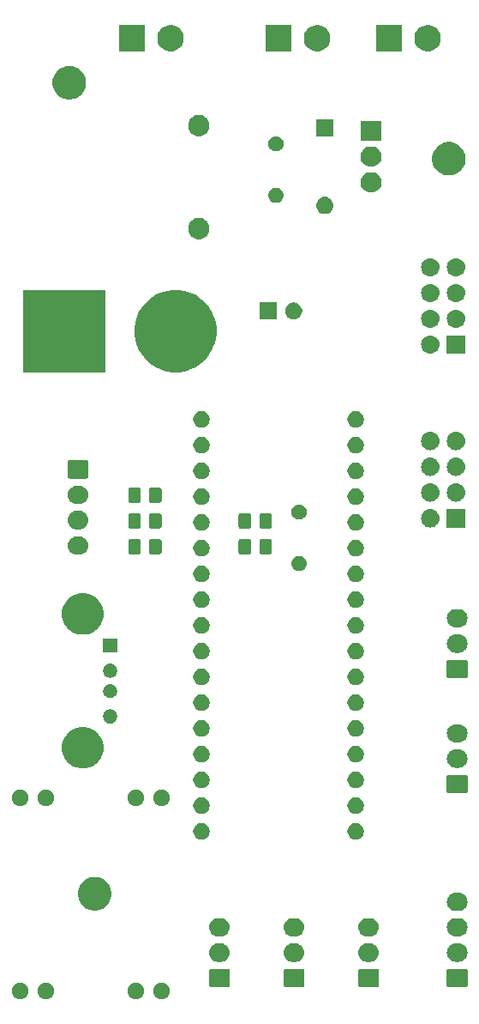
<source format=gbr>
G04 #@! TF.GenerationSoftware,KiCad,Pcbnew,(5.1.2)-1*
G04 #@! TF.CreationDate,2019-09-03T22:09:44+03:00*
G04 #@! TF.ProjectId,invaderBoard,696e7661-6465-4724-926f-6172642e6b69,rev?*
G04 #@! TF.SameCoordinates,Original*
G04 #@! TF.FileFunction,Soldermask,Bot*
G04 #@! TF.FilePolarity,Negative*
%FSLAX46Y46*%
G04 Gerber Fmt 4.6, Leading zero omitted, Abs format (unit mm)*
G04 Created by KiCad (PCBNEW (5.1.2)-1) date 2019-09-03 22:09:44*
%MOMM*%
%LPD*%
G04 APERTURE LIST*
%ADD10C,0.100000*%
G04 APERTURE END LIST*
D10*
G36*
X221852142Y-131298242D02*
G01*
X222000101Y-131359529D01*
X222133255Y-131448499D01*
X222246501Y-131561745D01*
X222335471Y-131694899D01*
X222396758Y-131842858D01*
X222428000Y-131999925D01*
X222428000Y-132160075D01*
X222396758Y-132317142D01*
X222335471Y-132465101D01*
X222246501Y-132598255D01*
X222133255Y-132711501D01*
X222000101Y-132800471D01*
X221852142Y-132861758D01*
X221695075Y-132893000D01*
X221534925Y-132893000D01*
X221377858Y-132861758D01*
X221229899Y-132800471D01*
X221096745Y-132711501D01*
X220983499Y-132598255D01*
X220894529Y-132465101D01*
X220833242Y-132317142D01*
X220802000Y-132160075D01*
X220802000Y-131999925D01*
X220833242Y-131842858D01*
X220894529Y-131694899D01*
X220983499Y-131561745D01*
X221096745Y-131448499D01*
X221229899Y-131359529D01*
X221377858Y-131298242D01*
X221534925Y-131267000D01*
X221695075Y-131267000D01*
X221852142Y-131298242D01*
X221852142Y-131298242D01*
G37*
G36*
X219312142Y-131298242D02*
G01*
X219460101Y-131359529D01*
X219593255Y-131448499D01*
X219706501Y-131561745D01*
X219795471Y-131694899D01*
X219856758Y-131842858D01*
X219888000Y-131999925D01*
X219888000Y-132160075D01*
X219856758Y-132317142D01*
X219795471Y-132465101D01*
X219706501Y-132598255D01*
X219593255Y-132711501D01*
X219460101Y-132800471D01*
X219312142Y-132861758D01*
X219155075Y-132893000D01*
X218994925Y-132893000D01*
X218837858Y-132861758D01*
X218689899Y-132800471D01*
X218556745Y-132711501D01*
X218443499Y-132598255D01*
X218354529Y-132465101D01*
X218293242Y-132317142D01*
X218262000Y-132160075D01*
X218262000Y-131999925D01*
X218293242Y-131842858D01*
X218354529Y-131694899D01*
X218443499Y-131561745D01*
X218556745Y-131448499D01*
X218689899Y-131359529D01*
X218837858Y-131298242D01*
X218994925Y-131267000D01*
X219155075Y-131267000D01*
X219312142Y-131298242D01*
X219312142Y-131298242D01*
G37*
G36*
X207882142Y-131298242D02*
G01*
X208030101Y-131359529D01*
X208163255Y-131448499D01*
X208276501Y-131561745D01*
X208365471Y-131694899D01*
X208426758Y-131842858D01*
X208458000Y-131999925D01*
X208458000Y-132160075D01*
X208426758Y-132317142D01*
X208365471Y-132465101D01*
X208276501Y-132598255D01*
X208163255Y-132711501D01*
X208030101Y-132800471D01*
X207882142Y-132861758D01*
X207725075Y-132893000D01*
X207564925Y-132893000D01*
X207407858Y-132861758D01*
X207259899Y-132800471D01*
X207126745Y-132711501D01*
X207013499Y-132598255D01*
X206924529Y-132465101D01*
X206863242Y-132317142D01*
X206832000Y-132160075D01*
X206832000Y-131999925D01*
X206863242Y-131842858D01*
X206924529Y-131694899D01*
X207013499Y-131561745D01*
X207126745Y-131448499D01*
X207259899Y-131359529D01*
X207407858Y-131298242D01*
X207564925Y-131267000D01*
X207725075Y-131267000D01*
X207882142Y-131298242D01*
X207882142Y-131298242D01*
G37*
G36*
X210422142Y-131298242D02*
G01*
X210570101Y-131359529D01*
X210703255Y-131448499D01*
X210816501Y-131561745D01*
X210905471Y-131694899D01*
X210966758Y-131842858D01*
X210998000Y-131999925D01*
X210998000Y-132160075D01*
X210966758Y-132317142D01*
X210905471Y-132465101D01*
X210816501Y-132598255D01*
X210703255Y-132711501D01*
X210570101Y-132800471D01*
X210422142Y-132861758D01*
X210265075Y-132893000D01*
X210104925Y-132893000D01*
X209947858Y-132861758D01*
X209799899Y-132800471D01*
X209666745Y-132711501D01*
X209553499Y-132598255D01*
X209464529Y-132465101D01*
X209403242Y-132317142D01*
X209372000Y-132160075D01*
X209372000Y-131999925D01*
X209403242Y-131842858D01*
X209464529Y-131694899D01*
X209553499Y-131561745D01*
X209666745Y-131448499D01*
X209799899Y-131359529D01*
X209947858Y-131298242D01*
X210104925Y-131267000D01*
X210265075Y-131267000D01*
X210422142Y-131298242D01*
X210422142Y-131298242D01*
G37*
G36*
X228213600Y-129912989D02*
G01*
X228246652Y-129923015D01*
X228277103Y-129939292D01*
X228303799Y-129961201D01*
X228325708Y-129987897D01*
X228341985Y-130018348D01*
X228352011Y-130051400D01*
X228356000Y-130091903D01*
X228356000Y-131528097D01*
X228352011Y-131568600D01*
X228341985Y-131601652D01*
X228325708Y-131632103D01*
X228303799Y-131658799D01*
X228277103Y-131680708D01*
X228246652Y-131696985D01*
X228213600Y-131707011D01*
X228173097Y-131711000D01*
X226486903Y-131711000D01*
X226446400Y-131707011D01*
X226413348Y-131696985D01*
X226382897Y-131680708D01*
X226356201Y-131658799D01*
X226334292Y-131632103D01*
X226318015Y-131601652D01*
X226307989Y-131568600D01*
X226304000Y-131528097D01*
X226304000Y-130091903D01*
X226307989Y-130051400D01*
X226318015Y-130018348D01*
X226334292Y-129987897D01*
X226356201Y-129961201D01*
X226382897Y-129939292D01*
X226413348Y-129923015D01*
X226446400Y-129912989D01*
X226486903Y-129909000D01*
X228173097Y-129909000D01*
X228213600Y-129912989D01*
X228213600Y-129912989D01*
G37*
G36*
X242945600Y-129912989D02*
G01*
X242978652Y-129923015D01*
X243009103Y-129939292D01*
X243035799Y-129961201D01*
X243057708Y-129987897D01*
X243073985Y-130018348D01*
X243084011Y-130051400D01*
X243088000Y-130091903D01*
X243088000Y-131528097D01*
X243084011Y-131568600D01*
X243073985Y-131601652D01*
X243057708Y-131632103D01*
X243035799Y-131658799D01*
X243009103Y-131680708D01*
X242978652Y-131696985D01*
X242945600Y-131707011D01*
X242905097Y-131711000D01*
X241218903Y-131711000D01*
X241178400Y-131707011D01*
X241145348Y-131696985D01*
X241114897Y-131680708D01*
X241088201Y-131658799D01*
X241066292Y-131632103D01*
X241050015Y-131601652D01*
X241039989Y-131568600D01*
X241036000Y-131528097D01*
X241036000Y-130091903D01*
X241039989Y-130051400D01*
X241050015Y-130018348D01*
X241066292Y-129987897D01*
X241088201Y-129961201D01*
X241114897Y-129939292D01*
X241145348Y-129923015D01*
X241178400Y-129912989D01*
X241218903Y-129909000D01*
X242905097Y-129909000D01*
X242945600Y-129912989D01*
X242945600Y-129912989D01*
G37*
G36*
X251708600Y-129912989D02*
G01*
X251741652Y-129923015D01*
X251772103Y-129939292D01*
X251798799Y-129961201D01*
X251820708Y-129987897D01*
X251836985Y-130018348D01*
X251847011Y-130051400D01*
X251851000Y-130091903D01*
X251851000Y-131528097D01*
X251847011Y-131568600D01*
X251836985Y-131601652D01*
X251820708Y-131632103D01*
X251798799Y-131658799D01*
X251772103Y-131680708D01*
X251741652Y-131696985D01*
X251708600Y-131707011D01*
X251668097Y-131711000D01*
X249981903Y-131711000D01*
X249941400Y-131707011D01*
X249908348Y-131696985D01*
X249877897Y-131680708D01*
X249851201Y-131658799D01*
X249829292Y-131632103D01*
X249813015Y-131601652D01*
X249802989Y-131568600D01*
X249799000Y-131528097D01*
X249799000Y-130091903D01*
X249802989Y-130051400D01*
X249813015Y-130018348D01*
X249829292Y-129987897D01*
X249851201Y-129961201D01*
X249877897Y-129939292D01*
X249908348Y-129923015D01*
X249941400Y-129912989D01*
X249981903Y-129909000D01*
X251668097Y-129909000D01*
X251708600Y-129912989D01*
X251708600Y-129912989D01*
G37*
G36*
X235579600Y-129912989D02*
G01*
X235612652Y-129923015D01*
X235643103Y-129939292D01*
X235669799Y-129961201D01*
X235691708Y-129987897D01*
X235707985Y-130018348D01*
X235718011Y-130051400D01*
X235722000Y-130091903D01*
X235722000Y-131528097D01*
X235718011Y-131568600D01*
X235707985Y-131601652D01*
X235691708Y-131632103D01*
X235669799Y-131658799D01*
X235643103Y-131680708D01*
X235612652Y-131696985D01*
X235579600Y-131707011D01*
X235539097Y-131711000D01*
X233852903Y-131711000D01*
X233812400Y-131707011D01*
X233779348Y-131696985D01*
X233748897Y-131680708D01*
X233722201Y-131658799D01*
X233700292Y-131632103D01*
X233684015Y-131601652D01*
X233673989Y-131568600D01*
X233670000Y-131528097D01*
X233670000Y-130091903D01*
X233673989Y-130051400D01*
X233684015Y-130018348D01*
X233700292Y-129987897D01*
X233722201Y-129961201D01*
X233748897Y-129939292D01*
X233779348Y-129923015D01*
X233812400Y-129912989D01*
X233852903Y-129909000D01*
X235539097Y-129909000D01*
X235579600Y-129912989D01*
X235579600Y-129912989D01*
G37*
G36*
X242297443Y-127415519D02*
G01*
X242363627Y-127422037D01*
X242533466Y-127473557D01*
X242689991Y-127557222D01*
X242725729Y-127586552D01*
X242827186Y-127669814D01*
X242910448Y-127771271D01*
X242939778Y-127807009D01*
X243023443Y-127963534D01*
X243074963Y-128133373D01*
X243092359Y-128310000D01*
X243074963Y-128486627D01*
X243023443Y-128656466D01*
X242939778Y-128812991D01*
X242910448Y-128848729D01*
X242827186Y-128950186D01*
X242725729Y-129033448D01*
X242689991Y-129062778D01*
X242533466Y-129146443D01*
X242363627Y-129197963D01*
X242297442Y-129204482D01*
X242231260Y-129211000D01*
X241892740Y-129211000D01*
X241826558Y-129204482D01*
X241760373Y-129197963D01*
X241590534Y-129146443D01*
X241434009Y-129062778D01*
X241398271Y-129033448D01*
X241296814Y-128950186D01*
X241213552Y-128848729D01*
X241184222Y-128812991D01*
X241100557Y-128656466D01*
X241049037Y-128486627D01*
X241031641Y-128310000D01*
X241049037Y-128133373D01*
X241100557Y-127963534D01*
X241184222Y-127807009D01*
X241213552Y-127771271D01*
X241296814Y-127669814D01*
X241398271Y-127586552D01*
X241434009Y-127557222D01*
X241590534Y-127473557D01*
X241760373Y-127422037D01*
X241826557Y-127415519D01*
X241892740Y-127409000D01*
X242231260Y-127409000D01*
X242297443Y-127415519D01*
X242297443Y-127415519D01*
G37*
G36*
X227565443Y-127415519D02*
G01*
X227631627Y-127422037D01*
X227801466Y-127473557D01*
X227957991Y-127557222D01*
X227993729Y-127586552D01*
X228095186Y-127669814D01*
X228178448Y-127771271D01*
X228207778Y-127807009D01*
X228291443Y-127963534D01*
X228342963Y-128133373D01*
X228360359Y-128310000D01*
X228342963Y-128486627D01*
X228291443Y-128656466D01*
X228207778Y-128812991D01*
X228178448Y-128848729D01*
X228095186Y-128950186D01*
X227993729Y-129033448D01*
X227957991Y-129062778D01*
X227801466Y-129146443D01*
X227631627Y-129197963D01*
X227565442Y-129204482D01*
X227499260Y-129211000D01*
X227160740Y-129211000D01*
X227094558Y-129204482D01*
X227028373Y-129197963D01*
X226858534Y-129146443D01*
X226702009Y-129062778D01*
X226666271Y-129033448D01*
X226564814Y-128950186D01*
X226481552Y-128848729D01*
X226452222Y-128812991D01*
X226368557Y-128656466D01*
X226317037Y-128486627D01*
X226299641Y-128310000D01*
X226317037Y-128133373D01*
X226368557Y-127963534D01*
X226452222Y-127807009D01*
X226481552Y-127771271D01*
X226564814Y-127669814D01*
X226666271Y-127586552D01*
X226702009Y-127557222D01*
X226858534Y-127473557D01*
X227028373Y-127422037D01*
X227094557Y-127415519D01*
X227160740Y-127409000D01*
X227499260Y-127409000D01*
X227565443Y-127415519D01*
X227565443Y-127415519D01*
G37*
G36*
X251060443Y-127415519D02*
G01*
X251126627Y-127422037D01*
X251296466Y-127473557D01*
X251452991Y-127557222D01*
X251488729Y-127586552D01*
X251590186Y-127669814D01*
X251673448Y-127771271D01*
X251702778Y-127807009D01*
X251786443Y-127963534D01*
X251837963Y-128133373D01*
X251855359Y-128310000D01*
X251837963Y-128486627D01*
X251786443Y-128656466D01*
X251702778Y-128812991D01*
X251673448Y-128848729D01*
X251590186Y-128950186D01*
X251488729Y-129033448D01*
X251452991Y-129062778D01*
X251296466Y-129146443D01*
X251126627Y-129197963D01*
X251060442Y-129204482D01*
X250994260Y-129211000D01*
X250655740Y-129211000D01*
X250589558Y-129204482D01*
X250523373Y-129197963D01*
X250353534Y-129146443D01*
X250197009Y-129062778D01*
X250161271Y-129033448D01*
X250059814Y-128950186D01*
X249976552Y-128848729D01*
X249947222Y-128812991D01*
X249863557Y-128656466D01*
X249812037Y-128486627D01*
X249794641Y-128310000D01*
X249812037Y-128133373D01*
X249863557Y-127963534D01*
X249947222Y-127807009D01*
X249976552Y-127771271D01*
X250059814Y-127669814D01*
X250161271Y-127586552D01*
X250197009Y-127557222D01*
X250353534Y-127473557D01*
X250523373Y-127422037D01*
X250589557Y-127415519D01*
X250655740Y-127409000D01*
X250994260Y-127409000D01*
X251060443Y-127415519D01*
X251060443Y-127415519D01*
G37*
G36*
X234931443Y-127415519D02*
G01*
X234997627Y-127422037D01*
X235167466Y-127473557D01*
X235323991Y-127557222D01*
X235359729Y-127586552D01*
X235461186Y-127669814D01*
X235544448Y-127771271D01*
X235573778Y-127807009D01*
X235657443Y-127963534D01*
X235708963Y-128133373D01*
X235726359Y-128310000D01*
X235708963Y-128486627D01*
X235657443Y-128656466D01*
X235573778Y-128812991D01*
X235544448Y-128848729D01*
X235461186Y-128950186D01*
X235359729Y-129033448D01*
X235323991Y-129062778D01*
X235167466Y-129146443D01*
X234997627Y-129197963D01*
X234931442Y-129204482D01*
X234865260Y-129211000D01*
X234526740Y-129211000D01*
X234460558Y-129204482D01*
X234394373Y-129197963D01*
X234224534Y-129146443D01*
X234068009Y-129062778D01*
X234032271Y-129033448D01*
X233930814Y-128950186D01*
X233847552Y-128848729D01*
X233818222Y-128812991D01*
X233734557Y-128656466D01*
X233683037Y-128486627D01*
X233665641Y-128310000D01*
X233683037Y-128133373D01*
X233734557Y-127963534D01*
X233818222Y-127807009D01*
X233847552Y-127771271D01*
X233930814Y-127669814D01*
X234032271Y-127586552D01*
X234068009Y-127557222D01*
X234224534Y-127473557D01*
X234394373Y-127422037D01*
X234460557Y-127415519D01*
X234526740Y-127409000D01*
X234865260Y-127409000D01*
X234931443Y-127415519D01*
X234931443Y-127415519D01*
G37*
G36*
X234931443Y-124915519D02*
G01*
X234997627Y-124922037D01*
X235167466Y-124973557D01*
X235323991Y-125057222D01*
X235359729Y-125086552D01*
X235461186Y-125169814D01*
X235544448Y-125271271D01*
X235573778Y-125307009D01*
X235657443Y-125463534D01*
X235708963Y-125633373D01*
X235726359Y-125810000D01*
X235708963Y-125986627D01*
X235657443Y-126156466D01*
X235573778Y-126312991D01*
X235544448Y-126348729D01*
X235461186Y-126450186D01*
X235359729Y-126533448D01*
X235323991Y-126562778D01*
X235167466Y-126646443D01*
X234997627Y-126697963D01*
X234931442Y-126704482D01*
X234865260Y-126711000D01*
X234526740Y-126711000D01*
X234460558Y-126704482D01*
X234394373Y-126697963D01*
X234224534Y-126646443D01*
X234068009Y-126562778D01*
X234032271Y-126533448D01*
X233930814Y-126450186D01*
X233847552Y-126348729D01*
X233818222Y-126312991D01*
X233734557Y-126156466D01*
X233683037Y-125986627D01*
X233665641Y-125810000D01*
X233683037Y-125633373D01*
X233734557Y-125463534D01*
X233818222Y-125307009D01*
X233847552Y-125271271D01*
X233930814Y-125169814D01*
X234032271Y-125086552D01*
X234068009Y-125057222D01*
X234224534Y-124973557D01*
X234394373Y-124922037D01*
X234460557Y-124915519D01*
X234526740Y-124909000D01*
X234865260Y-124909000D01*
X234931443Y-124915519D01*
X234931443Y-124915519D01*
G37*
G36*
X242297443Y-124915519D02*
G01*
X242363627Y-124922037D01*
X242533466Y-124973557D01*
X242689991Y-125057222D01*
X242725729Y-125086552D01*
X242827186Y-125169814D01*
X242910448Y-125271271D01*
X242939778Y-125307009D01*
X243023443Y-125463534D01*
X243074963Y-125633373D01*
X243092359Y-125810000D01*
X243074963Y-125986627D01*
X243023443Y-126156466D01*
X242939778Y-126312991D01*
X242910448Y-126348729D01*
X242827186Y-126450186D01*
X242725729Y-126533448D01*
X242689991Y-126562778D01*
X242533466Y-126646443D01*
X242363627Y-126697963D01*
X242297442Y-126704482D01*
X242231260Y-126711000D01*
X241892740Y-126711000D01*
X241826558Y-126704482D01*
X241760373Y-126697963D01*
X241590534Y-126646443D01*
X241434009Y-126562778D01*
X241398271Y-126533448D01*
X241296814Y-126450186D01*
X241213552Y-126348729D01*
X241184222Y-126312991D01*
X241100557Y-126156466D01*
X241049037Y-125986627D01*
X241031641Y-125810000D01*
X241049037Y-125633373D01*
X241100557Y-125463534D01*
X241184222Y-125307009D01*
X241213552Y-125271271D01*
X241296814Y-125169814D01*
X241398271Y-125086552D01*
X241434009Y-125057222D01*
X241590534Y-124973557D01*
X241760373Y-124922037D01*
X241826557Y-124915519D01*
X241892740Y-124909000D01*
X242231260Y-124909000D01*
X242297443Y-124915519D01*
X242297443Y-124915519D01*
G37*
G36*
X251060443Y-124915519D02*
G01*
X251126627Y-124922037D01*
X251296466Y-124973557D01*
X251452991Y-125057222D01*
X251488729Y-125086552D01*
X251590186Y-125169814D01*
X251673448Y-125271271D01*
X251702778Y-125307009D01*
X251786443Y-125463534D01*
X251837963Y-125633373D01*
X251855359Y-125810000D01*
X251837963Y-125986627D01*
X251786443Y-126156466D01*
X251702778Y-126312991D01*
X251673448Y-126348729D01*
X251590186Y-126450186D01*
X251488729Y-126533448D01*
X251452991Y-126562778D01*
X251296466Y-126646443D01*
X251126627Y-126697963D01*
X251060442Y-126704482D01*
X250994260Y-126711000D01*
X250655740Y-126711000D01*
X250589558Y-126704482D01*
X250523373Y-126697963D01*
X250353534Y-126646443D01*
X250197009Y-126562778D01*
X250161271Y-126533448D01*
X250059814Y-126450186D01*
X249976552Y-126348729D01*
X249947222Y-126312991D01*
X249863557Y-126156466D01*
X249812037Y-125986627D01*
X249794641Y-125810000D01*
X249812037Y-125633373D01*
X249863557Y-125463534D01*
X249947222Y-125307009D01*
X249976552Y-125271271D01*
X250059814Y-125169814D01*
X250161271Y-125086552D01*
X250197009Y-125057222D01*
X250353534Y-124973557D01*
X250523373Y-124922037D01*
X250589557Y-124915519D01*
X250655740Y-124909000D01*
X250994260Y-124909000D01*
X251060443Y-124915519D01*
X251060443Y-124915519D01*
G37*
G36*
X227565443Y-124915519D02*
G01*
X227631627Y-124922037D01*
X227801466Y-124973557D01*
X227957991Y-125057222D01*
X227993729Y-125086552D01*
X228095186Y-125169814D01*
X228178448Y-125271271D01*
X228207778Y-125307009D01*
X228291443Y-125463534D01*
X228342963Y-125633373D01*
X228360359Y-125810000D01*
X228342963Y-125986627D01*
X228291443Y-126156466D01*
X228207778Y-126312991D01*
X228178448Y-126348729D01*
X228095186Y-126450186D01*
X227993729Y-126533448D01*
X227957991Y-126562778D01*
X227801466Y-126646443D01*
X227631627Y-126697963D01*
X227565442Y-126704482D01*
X227499260Y-126711000D01*
X227160740Y-126711000D01*
X227094558Y-126704482D01*
X227028373Y-126697963D01*
X226858534Y-126646443D01*
X226702009Y-126562778D01*
X226666271Y-126533448D01*
X226564814Y-126450186D01*
X226481552Y-126348729D01*
X226452222Y-126312991D01*
X226368557Y-126156466D01*
X226317037Y-125986627D01*
X226299641Y-125810000D01*
X226317037Y-125633373D01*
X226368557Y-125463534D01*
X226452222Y-125307009D01*
X226481552Y-125271271D01*
X226564814Y-125169814D01*
X226666271Y-125086552D01*
X226702009Y-125057222D01*
X226858534Y-124973557D01*
X227028373Y-124922037D01*
X227094557Y-124915519D01*
X227160740Y-124909000D01*
X227499260Y-124909000D01*
X227565443Y-124915519D01*
X227565443Y-124915519D01*
G37*
G36*
X251060442Y-122415518D02*
G01*
X251126627Y-122422037D01*
X251296466Y-122473557D01*
X251452991Y-122557222D01*
X251488729Y-122586552D01*
X251590186Y-122669814D01*
X251673448Y-122771271D01*
X251702778Y-122807009D01*
X251786443Y-122963534D01*
X251837963Y-123133373D01*
X251855359Y-123310000D01*
X251837963Y-123486627D01*
X251786443Y-123656466D01*
X251702778Y-123812991D01*
X251673448Y-123848729D01*
X251590186Y-123950186D01*
X251488729Y-124033448D01*
X251452991Y-124062778D01*
X251296466Y-124146443D01*
X251126627Y-124197963D01*
X251060442Y-124204482D01*
X250994260Y-124211000D01*
X250655740Y-124211000D01*
X250589558Y-124204482D01*
X250523373Y-124197963D01*
X250353534Y-124146443D01*
X250197009Y-124062778D01*
X250161271Y-124033448D01*
X250059814Y-123950186D01*
X249976552Y-123848729D01*
X249947222Y-123812991D01*
X249863557Y-123656466D01*
X249812037Y-123486627D01*
X249794641Y-123310000D01*
X249812037Y-123133373D01*
X249863557Y-122963534D01*
X249947222Y-122807009D01*
X249976552Y-122771271D01*
X250059814Y-122669814D01*
X250161271Y-122586552D01*
X250197009Y-122557222D01*
X250353534Y-122473557D01*
X250523373Y-122422037D01*
X250589558Y-122415518D01*
X250655740Y-122409000D01*
X250994260Y-122409000D01*
X251060442Y-122415518D01*
X251060442Y-122415518D01*
G37*
G36*
X215375256Y-120891298D02*
G01*
X215481579Y-120912447D01*
X215782042Y-121036903D01*
X216052451Y-121217585D01*
X216282415Y-121447549D01*
X216463097Y-121717958D01*
X216587553Y-122018421D01*
X216651000Y-122337391D01*
X216651000Y-122662609D01*
X216587553Y-122981579D01*
X216463097Y-123282042D01*
X216282415Y-123552451D01*
X216052451Y-123782415D01*
X215782042Y-123963097D01*
X215481579Y-124087553D01*
X215375256Y-124108702D01*
X215162611Y-124151000D01*
X214837389Y-124151000D01*
X214624744Y-124108702D01*
X214518421Y-124087553D01*
X214217958Y-123963097D01*
X213947549Y-123782415D01*
X213717585Y-123552451D01*
X213536903Y-123282042D01*
X213412447Y-122981579D01*
X213349000Y-122662609D01*
X213349000Y-122337391D01*
X213412447Y-122018421D01*
X213536903Y-121717958D01*
X213717585Y-121447549D01*
X213947549Y-121217585D01*
X214217958Y-121036903D01*
X214518421Y-120912447D01*
X214624744Y-120891298D01*
X214837389Y-120849000D01*
X215162611Y-120849000D01*
X215375256Y-120891298D01*
X215375256Y-120891298D01*
G37*
G36*
X241029142Y-115550242D02*
G01*
X241177101Y-115611529D01*
X241310255Y-115700499D01*
X241423501Y-115813745D01*
X241512471Y-115946899D01*
X241573758Y-116094858D01*
X241605000Y-116251925D01*
X241605000Y-116412075D01*
X241573758Y-116569142D01*
X241512471Y-116717101D01*
X241423501Y-116850255D01*
X241310255Y-116963501D01*
X241177101Y-117052471D01*
X241029142Y-117113758D01*
X240872075Y-117145000D01*
X240711925Y-117145000D01*
X240554858Y-117113758D01*
X240406899Y-117052471D01*
X240273745Y-116963501D01*
X240160499Y-116850255D01*
X240071529Y-116717101D01*
X240010242Y-116569142D01*
X239979000Y-116412075D01*
X239979000Y-116251925D01*
X240010242Y-116094858D01*
X240071529Y-115946899D01*
X240160499Y-115813745D01*
X240273745Y-115700499D01*
X240406899Y-115611529D01*
X240554858Y-115550242D01*
X240711925Y-115519000D01*
X240872075Y-115519000D01*
X241029142Y-115550242D01*
X241029142Y-115550242D01*
G37*
G36*
X225789142Y-115550242D02*
G01*
X225937101Y-115611529D01*
X226070255Y-115700499D01*
X226183501Y-115813745D01*
X226272471Y-115946899D01*
X226333758Y-116094858D01*
X226365000Y-116251925D01*
X226365000Y-116412075D01*
X226333758Y-116569142D01*
X226272471Y-116717101D01*
X226183501Y-116850255D01*
X226070255Y-116963501D01*
X225937101Y-117052471D01*
X225789142Y-117113758D01*
X225632075Y-117145000D01*
X225471925Y-117145000D01*
X225314858Y-117113758D01*
X225166899Y-117052471D01*
X225033745Y-116963501D01*
X224920499Y-116850255D01*
X224831529Y-116717101D01*
X224770242Y-116569142D01*
X224739000Y-116412075D01*
X224739000Y-116251925D01*
X224770242Y-116094858D01*
X224831529Y-115946899D01*
X224920499Y-115813745D01*
X225033745Y-115700499D01*
X225166899Y-115611529D01*
X225314858Y-115550242D01*
X225471925Y-115519000D01*
X225632075Y-115519000D01*
X225789142Y-115550242D01*
X225789142Y-115550242D01*
G37*
G36*
X241029142Y-113010242D02*
G01*
X241177101Y-113071529D01*
X241310255Y-113160499D01*
X241423501Y-113273745D01*
X241512471Y-113406899D01*
X241573758Y-113554858D01*
X241605000Y-113711925D01*
X241605000Y-113872075D01*
X241573758Y-114029142D01*
X241512471Y-114177101D01*
X241423501Y-114310255D01*
X241310255Y-114423501D01*
X241177101Y-114512471D01*
X241029142Y-114573758D01*
X240872075Y-114605000D01*
X240711925Y-114605000D01*
X240554858Y-114573758D01*
X240406899Y-114512471D01*
X240273745Y-114423501D01*
X240160499Y-114310255D01*
X240071529Y-114177101D01*
X240010242Y-114029142D01*
X239979000Y-113872075D01*
X239979000Y-113711925D01*
X240010242Y-113554858D01*
X240071529Y-113406899D01*
X240160499Y-113273745D01*
X240273745Y-113160499D01*
X240406899Y-113071529D01*
X240554858Y-113010242D01*
X240711925Y-112979000D01*
X240872075Y-112979000D01*
X241029142Y-113010242D01*
X241029142Y-113010242D01*
G37*
G36*
X225789142Y-113010242D02*
G01*
X225937101Y-113071529D01*
X226070255Y-113160499D01*
X226183501Y-113273745D01*
X226272471Y-113406899D01*
X226333758Y-113554858D01*
X226365000Y-113711925D01*
X226365000Y-113872075D01*
X226333758Y-114029142D01*
X226272471Y-114177101D01*
X226183501Y-114310255D01*
X226070255Y-114423501D01*
X225937101Y-114512471D01*
X225789142Y-114573758D01*
X225632075Y-114605000D01*
X225471925Y-114605000D01*
X225314858Y-114573758D01*
X225166899Y-114512471D01*
X225033745Y-114423501D01*
X224920499Y-114310255D01*
X224831529Y-114177101D01*
X224770242Y-114029142D01*
X224739000Y-113872075D01*
X224739000Y-113711925D01*
X224770242Y-113554858D01*
X224831529Y-113406899D01*
X224920499Y-113273745D01*
X225033745Y-113160499D01*
X225166899Y-113071529D01*
X225314858Y-113010242D01*
X225471925Y-112979000D01*
X225632075Y-112979000D01*
X225789142Y-113010242D01*
X225789142Y-113010242D01*
G37*
G36*
X221852142Y-112248242D02*
G01*
X222000101Y-112309529D01*
X222133255Y-112398499D01*
X222246501Y-112511745D01*
X222335471Y-112644899D01*
X222396758Y-112792858D01*
X222428000Y-112949925D01*
X222428000Y-113110075D01*
X222396758Y-113267142D01*
X222335471Y-113415101D01*
X222246501Y-113548255D01*
X222133255Y-113661501D01*
X222000101Y-113750471D01*
X221852142Y-113811758D01*
X221695075Y-113843000D01*
X221534925Y-113843000D01*
X221377858Y-113811758D01*
X221229899Y-113750471D01*
X221096745Y-113661501D01*
X220983499Y-113548255D01*
X220894529Y-113415101D01*
X220833242Y-113267142D01*
X220802000Y-113110075D01*
X220802000Y-112949925D01*
X220833242Y-112792858D01*
X220894529Y-112644899D01*
X220983499Y-112511745D01*
X221096745Y-112398499D01*
X221229899Y-112309529D01*
X221377858Y-112248242D01*
X221534925Y-112217000D01*
X221695075Y-112217000D01*
X221852142Y-112248242D01*
X221852142Y-112248242D01*
G37*
G36*
X219312142Y-112248242D02*
G01*
X219460101Y-112309529D01*
X219593255Y-112398499D01*
X219706501Y-112511745D01*
X219795471Y-112644899D01*
X219856758Y-112792858D01*
X219888000Y-112949925D01*
X219888000Y-113110075D01*
X219856758Y-113267142D01*
X219795471Y-113415101D01*
X219706501Y-113548255D01*
X219593255Y-113661501D01*
X219460101Y-113750471D01*
X219312142Y-113811758D01*
X219155075Y-113843000D01*
X218994925Y-113843000D01*
X218837858Y-113811758D01*
X218689899Y-113750471D01*
X218556745Y-113661501D01*
X218443499Y-113548255D01*
X218354529Y-113415101D01*
X218293242Y-113267142D01*
X218262000Y-113110075D01*
X218262000Y-112949925D01*
X218293242Y-112792858D01*
X218354529Y-112644899D01*
X218443499Y-112511745D01*
X218556745Y-112398499D01*
X218689899Y-112309529D01*
X218837858Y-112248242D01*
X218994925Y-112217000D01*
X219155075Y-112217000D01*
X219312142Y-112248242D01*
X219312142Y-112248242D01*
G37*
G36*
X210422142Y-112248242D02*
G01*
X210570101Y-112309529D01*
X210703255Y-112398499D01*
X210816501Y-112511745D01*
X210905471Y-112644899D01*
X210966758Y-112792858D01*
X210998000Y-112949925D01*
X210998000Y-113110075D01*
X210966758Y-113267142D01*
X210905471Y-113415101D01*
X210816501Y-113548255D01*
X210703255Y-113661501D01*
X210570101Y-113750471D01*
X210422142Y-113811758D01*
X210265075Y-113843000D01*
X210104925Y-113843000D01*
X209947858Y-113811758D01*
X209799899Y-113750471D01*
X209666745Y-113661501D01*
X209553499Y-113548255D01*
X209464529Y-113415101D01*
X209403242Y-113267142D01*
X209372000Y-113110075D01*
X209372000Y-112949925D01*
X209403242Y-112792858D01*
X209464529Y-112644899D01*
X209553499Y-112511745D01*
X209666745Y-112398499D01*
X209799899Y-112309529D01*
X209947858Y-112248242D01*
X210104925Y-112217000D01*
X210265075Y-112217000D01*
X210422142Y-112248242D01*
X210422142Y-112248242D01*
G37*
G36*
X207882142Y-112248242D02*
G01*
X208030101Y-112309529D01*
X208163255Y-112398499D01*
X208276501Y-112511745D01*
X208365471Y-112644899D01*
X208426758Y-112792858D01*
X208458000Y-112949925D01*
X208458000Y-113110075D01*
X208426758Y-113267142D01*
X208365471Y-113415101D01*
X208276501Y-113548255D01*
X208163255Y-113661501D01*
X208030101Y-113750471D01*
X207882142Y-113811758D01*
X207725075Y-113843000D01*
X207564925Y-113843000D01*
X207407858Y-113811758D01*
X207259899Y-113750471D01*
X207126745Y-113661501D01*
X207013499Y-113548255D01*
X206924529Y-113415101D01*
X206863242Y-113267142D01*
X206832000Y-113110075D01*
X206832000Y-112949925D01*
X206863242Y-112792858D01*
X206924529Y-112644899D01*
X207013499Y-112511745D01*
X207126745Y-112398499D01*
X207259899Y-112309529D01*
X207407858Y-112248242D01*
X207564925Y-112217000D01*
X207725075Y-112217000D01*
X207882142Y-112248242D01*
X207882142Y-112248242D01*
G37*
G36*
X251708600Y-110782989D02*
G01*
X251741652Y-110793015D01*
X251772103Y-110809292D01*
X251798799Y-110831201D01*
X251820708Y-110857897D01*
X251836985Y-110888348D01*
X251847011Y-110921400D01*
X251851000Y-110961903D01*
X251851000Y-112398097D01*
X251847011Y-112438600D01*
X251836985Y-112471652D01*
X251820708Y-112502103D01*
X251798799Y-112528799D01*
X251772103Y-112550708D01*
X251741652Y-112566985D01*
X251708600Y-112577011D01*
X251668097Y-112581000D01*
X249981903Y-112581000D01*
X249941400Y-112577011D01*
X249908348Y-112566985D01*
X249877897Y-112550708D01*
X249851201Y-112528799D01*
X249829292Y-112502103D01*
X249813015Y-112471652D01*
X249802989Y-112438600D01*
X249799000Y-112398097D01*
X249799000Y-110961903D01*
X249802989Y-110921400D01*
X249813015Y-110888348D01*
X249829292Y-110857897D01*
X249851201Y-110831201D01*
X249877897Y-110809292D01*
X249908348Y-110793015D01*
X249941400Y-110782989D01*
X249981903Y-110779000D01*
X251668097Y-110779000D01*
X251708600Y-110782989D01*
X251708600Y-110782989D01*
G37*
G36*
X241029142Y-110470242D02*
G01*
X241177101Y-110531529D01*
X241310255Y-110620499D01*
X241423501Y-110733745D01*
X241512471Y-110866899D01*
X241573758Y-111014858D01*
X241605000Y-111171925D01*
X241605000Y-111332075D01*
X241573758Y-111489142D01*
X241512471Y-111637101D01*
X241423501Y-111770255D01*
X241310255Y-111883501D01*
X241177101Y-111972471D01*
X241029142Y-112033758D01*
X240872075Y-112065000D01*
X240711925Y-112065000D01*
X240554858Y-112033758D01*
X240406899Y-111972471D01*
X240273745Y-111883501D01*
X240160499Y-111770255D01*
X240071529Y-111637101D01*
X240010242Y-111489142D01*
X239979000Y-111332075D01*
X239979000Y-111171925D01*
X240010242Y-111014858D01*
X240071529Y-110866899D01*
X240160499Y-110733745D01*
X240273745Y-110620499D01*
X240406899Y-110531529D01*
X240554858Y-110470242D01*
X240711925Y-110439000D01*
X240872075Y-110439000D01*
X241029142Y-110470242D01*
X241029142Y-110470242D01*
G37*
G36*
X225789142Y-110470242D02*
G01*
X225937101Y-110531529D01*
X226070255Y-110620499D01*
X226183501Y-110733745D01*
X226272471Y-110866899D01*
X226333758Y-111014858D01*
X226365000Y-111171925D01*
X226365000Y-111332075D01*
X226333758Y-111489142D01*
X226272471Y-111637101D01*
X226183501Y-111770255D01*
X226070255Y-111883501D01*
X225937101Y-111972471D01*
X225789142Y-112033758D01*
X225632075Y-112065000D01*
X225471925Y-112065000D01*
X225314858Y-112033758D01*
X225166899Y-111972471D01*
X225033745Y-111883501D01*
X224920499Y-111770255D01*
X224831529Y-111637101D01*
X224770242Y-111489142D01*
X224739000Y-111332075D01*
X224739000Y-111171925D01*
X224770242Y-111014858D01*
X224831529Y-110866899D01*
X224920499Y-110733745D01*
X225033745Y-110620499D01*
X225166899Y-110531529D01*
X225314858Y-110470242D01*
X225471925Y-110439000D01*
X225632075Y-110439000D01*
X225789142Y-110470242D01*
X225789142Y-110470242D01*
G37*
G36*
X214433254Y-106127818D02*
G01*
X214733237Y-106252075D01*
X214806513Y-106282427D01*
X215142436Y-106506884D01*
X215428116Y-106792564D01*
X215584405Y-107026466D01*
X215652574Y-107128489D01*
X215807182Y-107501746D01*
X215886000Y-107897993D01*
X215886000Y-108302007D01*
X215807182Y-108698254D01*
X215680797Y-109003375D01*
X215652573Y-109071513D01*
X215428116Y-109407436D01*
X215142436Y-109693116D01*
X214806513Y-109917573D01*
X214806512Y-109917574D01*
X214806511Y-109917574D01*
X214433254Y-110072182D01*
X214037007Y-110151000D01*
X213632993Y-110151000D01*
X213236746Y-110072182D01*
X212863489Y-109917574D01*
X212863488Y-109917574D01*
X212863487Y-109917573D01*
X212527564Y-109693116D01*
X212241884Y-109407436D01*
X212017427Y-109071513D01*
X211989203Y-109003375D01*
X211862818Y-108698254D01*
X211784000Y-108302007D01*
X211784000Y-107897993D01*
X211862818Y-107501746D01*
X212017426Y-107128489D01*
X212085596Y-107026466D01*
X212241884Y-106792564D01*
X212527564Y-106506884D01*
X212863487Y-106282427D01*
X212936763Y-106252075D01*
X213236746Y-106127818D01*
X213632993Y-106049000D01*
X214037007Y-106049000D01*
X214433254Y-106127818D01*
X214433254Y-106127818D01*
G37*
G36*
X251060443Y-108285519D02*
G01*
X251126627Y-108292037D01*
X251296466Y-108343557D01*
X251452991Y-108427222D01*
X251488729Y-108456552D01*
X251590186Y-108539814D01*
X251665778Y-108631925D01*
X251702778Y-108677009D01*
X251786443Y-108833534D01*
X251837963Y-109003373D01*
X251855359Y-109180000D01*
X251837963Y-109356627D01*
X251786443Y-109526466D01*
X251702778Y-109682991D01*
X251673448Y-109718729D01*
X251590186Y-109820186D01*
X251488729Y-109903448D01*
X251452991Y-109932778D01*
X251296466Y-110016443D01*
X251126627Y-110067963D01*
X251060442Y-110074482D01*
X250994260Y-110081000D01*
X250655740Y-110081000D01*
X250589558Y-110074482D01*
X250523373Y-110067963D01*
X250353534Y-110016443D01*
X250197009Y-109932778D01*
X250161271Y-109903448D01*
X250059814Y-109820186D01*
X249976552Y-109718729D01*
X249947222Y-109682991D01*
X249863557Y-109526466D01*
X249812037Y-109356627D01*
X249794641Y-109180000D01*
X249812037Y-109003373D01*
X249863557Y-108833534D01*
X249947222Y-108677009D01*
X249984222Y-108631925D01*
X250059814Y-108539814D01*
X250161271Y-108456552D01*
X250197009Y-108427222D01*
X250353534Y-108343557D01*
X250523373Y-108292037D01*
X250589557Y-108285519D01*
X250655740Y-108279000D01*
X250994260Y-108279000D01*
X251060443Y-108285519D01*
X251060443Y-108285519D01*
G37*
G36*
X241029142Y-107930242D02*
G01*
X241177101Y-107991529D01*
X241310255Y-108080499D01*
X241423501Y-108193745D01*
X241512471Y-108326899D01*
X241573758Y-108474858D01*
X241605000Y-108631925D01*
X241605000Y-108792075D01*
X241573758Y-108949142D01*
X241512471Y-109097101D01*
X241423501Y-109230255D01*
X241310255Y-109343501D01*
X241177101Y-109432471D01*
X241029142Y-109493758D01*
X240872075Y-109525000D01*
X240711925Y-109525000D01*
X240554858Y-109493758D01*
X240406899Y-109432471D01*
X240273745Y-109343501D01*
X240160499Y-109230255D01*
X240071529Y-109097101D01*
X240010242Y-108949142D01*
X239979000Y-108792075D01*
X239979000Y-108631925D01*
X240010242Y-108474858D01*
X240071529Y-108326899D01*
X240160499Y-108193745D01*
X240273745Y-108080499D01*
X240406899Y-107991529D01*
X240554858Y-107930242D01*
X240711925Y-107899000D01*
X240872075Y-107899000D01*
X241029142Y-107930242D01*
X241029142Y-107930242D01*
G37*
G36*
X225789142Y-107930242D02*
G01*
X225937101Y-107991529D01*
X226070255Y-108080499D01*
X226183501Y-108193745D01*
X226272471Y-108326899D01*
X226333758Y-108474858D01*
X226365000Y-108631925D01*
X226365000Y-108792075D01*
X226333758Y-108949142D01*
X226272471Y-109097101D01*
X226183501Y-109230255D01*
X226070255Y-109343501D01*
X225937101Y-109432471D01*
X225789142Y-109493758D01*
X225632075Y-109525000D01*
X225471925Y-109525000D01*
X225314858Y-109493758D01*
X225166899Y-109432471D01*
X225033745Y-109343501D01*
X224920499Y-109230255D01*
X224831529Y-109097101D01*
X224770242Y-108949142D01*
X224739000Y-108792075D01*
X224739000Y-108631925D01*
X224770242Y-108474858D01*
X224831529Y-108326899D01*
X224920499Y-108193745D01*
X225033745Y-108080499D01*
X225166899Y-107991529D01*
X225314858Y-107930242D01*
X225471925Y-107899000D01*
X225632075Y-107899000D01*
X225789142Y-107930242D01*
X225789142Y-107930242D01*
G37*
G36*
X251060443Y-105785519D02*
G01*
X251126627Y-105792037D01*
X251296466Y-105843557D01*
X251452991Y-105927222D01*
X251462294Y-105934857D01*
X251590186Y-106039814D01*
X251662408Y-106127818D01*
X251702778Y-106177009D01*
X251786443Y-106333534D01*
X251837963Y-106503373D01*
X251855359Y-106680000D01*
X251837963Y-106856627D01*
X251786443Y-107026466D01*
X251702778Y-107182991D01*
X251673448Y-107218729D01*
X251590186Y-107320186D01*
X251488729Y-107403448D01*
X251452991Y-107432778D01*
X251296466Y-107516443D01*
X251126627Y-107567963D01*
X251060443Y-107574481D01*
X250994260Y-107581000D01*
X250655740Y-107581000D01*
X250589557Y-107574481D01*
X250523373Y-107567963D01*
X250353534Y-107516443D01*
X250197009Y-107432778D01*
X250161271Y-107403448D01*
X250059814Y-107320186D01*
X249976552Y-107218729D01*
X249947222Y-107182991D01*
X249863557Y-107026466D01*
X249812037Y-106856627D01*
X249794641Y-106680000D01*
X249812037Y-106503373D01*
X249863557Y-106333534D01*
X249947222Y-106177009D01*
X249987592Y-106127818D01*
X250059814Y-106039814D01*
X250187706Y-105934857D01*
X250197009Y-105927222D01*
X250353534Y-105843557D01*
X250523373Y-105792037D01*
X250589557Y-105785519D01*
X250655740Y-105779000D01*
X250994260Y-105779000D01*
X251060443Y-105785519D01*
X251060443Y-105785519D01*
G37*
G36*
X241029142Y-105390242D02*
G01*
X241177101Y-105451529D01*
X241310255Y-105540499D01*
X241423501Y-105653745D01*
X241512471Y-105786899D01*
X241573758Y-105934858D01*
X241605000Y-106091925D01*
X241605000Y-106252075D01*
X241573758Y-106409142D01*
X241512471Y-106557101D01*
X241423501Y-106690255D01*
X241310255Y-106803501D01*
X241177101Y-106892471D01*
X241029142Y-106953758D01*
X240872075Y-106985000D01*
X240711925Y-106985000D01*
X240554858Y-106953758D01*
X240406899Y-106892471D01*
X240273745Y-106803501D01*
X240160499Y-106690255D01*
X240071529Y-106557101D01*
X240010242Y-106409142D01*
X239979000Y-106252075D01*
X239979000Y-106091925D01*
X240010242Y-105934858D01*
X240071529Y-105786899D01*
X240160499Y-105653745D01*
X240273745Y-105540499D01*
X240406899Y-105451529D01*
X240554858Y-105390242D01*
X240711925Y-105359000D01*
X240872075Y-105359000D01*
X241029142Y-105390242D01*
X241029142Y-105390242D01*
G37*
G36*
X225789142Y-105390242D02*
G01*
X225937101Y-105451529D01*
X226070255Y-105540499D01*
X226183501Y-105653745D01*
X226272471Y-105786899D01*
X226333758Y-105934858D01*
X226365000Y-106091925D01*
X226365000Y-106252075D01*
X226333758Y-106409142D01*
X226272471Y-106557101D01*
X226183501Y-106690255D01*
X226070255Y-106803501D01*
X225937101Y-106892471D01*
X225789142Y-106953758D01*
X225632075Y-106985000D01*
X225471925Y-106985000D01*
X225314858Y-106953758D01*
X225166899Y-106892471D01*
X225033745Y-106803501D01*
X224920499Y-106690255D01*
X224831529Y-106557101D01*
X224770242Y-106409142D01*
X224739000Y-106252075D01*
X224739000Y-106091925D01*
X224770242Y-105934858D01*
X224831529Y-105786899D01*
X224920499Y-105653745D01*
X225033745Y-105540499D01*
X225166899Y-105451529D01*
X225314858Y-105390242D01*
X225471925Y-105359000D01*
X225632075Y-105359000D01*
X225789142Y-105390242D01*
X225789142Y-105390242D01*
G37*
G36*
X216739473Y-104325938D02*
G01*
X216867049Y-104378782D01*
X216981859Y-104455495D01*
X217079505Y-104553141D01*
X217156218Y-104667951D01*
X217209062Y-104795527D01*
X217236000Y-104930956D01*
X217236000Y-105069044D01*
X217209062Y-105204473D01*
X217156218Y-105332049D01*
X217079505Y-105446859D01*
X216981859Y-105544505D01*
X216867049Y-105621218D01*
X216739473Y-105674062D01*
X216604044Y-105701000D01*
X216465956Y-105701000D01*
X216330527Y-105674062D01*
X216202951Y-105621218D01*
X216088141Y-105544505D01*
X215990495Y-105446859D01*
X215913782Y-105332049D01*
X215860938Y-105204473D01*
X215834000Y-105069044D01*
X215834000Y-104930956D01*
X215860938Y-104795527D01*
X215913782Y-104667951D01*
X215990495Y-104553141D01*
X216088141Y-104455495D01*
X216202951Y-104378782D01*
X216330527Y-104325938D01*
X216465956Y-104299000D01*
X216604044Y-104299000D01*
X216739473Y-104325938D01*
X216739473Y-104325938D01*
G37*
G36*
X241029142Y-102850242D02*
G01*
X241177101Y-102911529D01*
X241310255Y-103000499D01*
X241423501Y-103113745D01*
X241512471Y-103246899D01*
X241573758Y-103394858D01*
X241605000Y-103551925D01*
X241605000Y-103712075D01*
X241573758Y-103869142D01*
X241512471Y-104017101D01*
X241423501Y-104150255D01*
X241310255Y-104263501D01*
X241177101Y-104352471D01*
X241029142Y-104413758D01*
X240872075Y-104445000D01*
X240711925Y-104445000D01*
X240554858Y-104413758D01*
X240406899Y-104352471D01*
X240273745Y-104263501D01*
X240160499Y-104150255D01*
X240071529Y-104017101D01*
X240010242Y-103869142D01*
X239979000Y-103712075D01*
X239979000Y-103551925D01*
X240010242Y-103394858D01*
X240071529Y-103246899D01*
X240160499Y-103113745D01*
X240273745Y-103000499D01*
X240406899Y-102911529D01*
X240554858Y-102850242D01*
X240711925Y-102819000D01*
X240872075Y-102819000D01*
X241029142Y-102850242D01*
X241029142Y-102850242D01*
G37*
G36*
X225789142Y-102850242D02*
G01*
X225937101Y-102911529D01*
X226070255Y-103000499D01*
X226183501Y-103113745D01*
X226272471Y-103246899D01*
X226333758Y-103394858D01*
X226365000Y-103551925D01*
X226365000Y-103712075D01*
X226333758Y-103869142D01*
X226272471Y-104017101D01*
X226183501Y-104150255D01*
X226070255Y-104263501D01*
X225937101Y-104352471D01*
X225789142Y-104413758D01*
X225632075Y-104445000D01*
X225471925Y-104445000D01*
X225314858Y-104413758D01*
X225166899Y-104352471D01*
X225033745Y-104263501D01*
X224920499Y-104150255D01*
X224831529Y-104017101D01*
X224770242Y-103869142D01*
X224739000Y-103712075D01*
X224739000Y-103551925D01*
X224770242Y-103394858D01*
X224831529Y-103246899D01*
X224920499Y-103113745D01*
X225033745Y-103000499D01*
X225166899Y-102911529D01*
X225314858Y-102850242D01*
X225471925Y-102819000D01*
X225632075Y-102819000D01*
X225789142Y-102850242D01*
X225789142Y-102850242D01*
G37*
G36*
X216739473Y-101825938D02*
G01*
X216867049Y-101878782D01*
X216981859Y-101955495D01*
X217079505Y-102053141D01*
X217156218Y-102167951D01*
X217209062Y-102295527D01*
X217236000Y-102430956D01*
X217236000Y-102569044D01*
X217209062Y-102704473D01*
X217156218Y-102832049D01*
X217079505Y-102946859D01*
X216981859Y-103044505D01*
X216867049Y-103121218D01*
X216739473Y-103174062D01*
X216604044Y-103201000D01*
X216465956Y-103201000D01*
X216330527Y-103174062D01*
X216202951Y-103121218D01*
X216088141Y-103044505D01*
X215990495Y-102946859D01*
X215913782Y-102832049D01*
X215860938Y-102704473D01*
X215834000Y-102569044D01*
X215834000Y-102430956D01*
X215860938Y-102295527D01*
X215913782Y-102167951D01*
X215990495Y-102053141D01*
X216088141Y-101955495D01*
X216202951Y-101878782D01*
X216330527Y-101825938D01*
X216465956Y-101799000D01*
X216604044Y-101799000D01*
X216739473Y-101825938D01*
X216739473Y-101825938D01*
G37*
G36*
X241029142Y-100310242D02*
G01*
X241177101Y-100371529D01*
X241310255Y-100460499D01*
X241423501Y-100573745D01*
X241512471Y-100706899D01*
X241573758Y-100854858D01*
X241605000Y-101011925D01*
X241605000Y-101172075D01*
X241573758Y-101329142D01*
X241512471Y-101477101D01*
X241423501Y-101610255D01*
X241310255Y-101723501D01*
X241177101Y-101812471D01*
X241029142Y-101873758D01*
X240872075Y-101905000D01*
X240711925Y-101905000D01*
X240554858Y-101873758D01*
X240406899Y-101812471D01*
X240273745Y-101723501D01*
X240160499Y-101610255D01*
X240071529Y-101477101D01*
X240010242Y-101329142D01*
X239979000Y-101172075D01*
X239979000Y-101011925D01*
X240010242Y-100854858D01*
X240071529Y-100706899D01*
X240160499Y-100573745D01*
X240273745Y-100460499D01*
X240406899Y-100371529D01*
X240554858Y-100310242D01*
X240711925Y-100279000D01*
X240872075Y-100279000D01*
X241029142Y-100310242D01*
X241029142Y-100310242D01*
G37*
G36*
X225789142Y-100310242D02*
G01*
X225937101Y-100371529D01*
X226070255Y-100460499D01*
X226183501Y-100573745D01*
X226272471Y-100706899D01*
X226333758Y-100854858D01*
X226365000Y-101011925D01*
X226365000Y-101172075D01*
X226333758Y-101329142D01*
X226272471Y-101477101D01*
X226183501Y-101610255D01*
X226070255Y-101723501D01*
X225937101Y-101812471D01*
X225789142Y-101873758D01*
X225632075Y-101905000D01*
X225471925Y-101905000D01*
X225314858Y-101873758D01*
X225166899Y-101812471D01*
X225033745Y-101723501D01*
X224920499Y-101610255D01*
X224831529Y-101477101D01*
X224770242Y-101329142D01*
X224739000Y-101172075D01*
X224739000Y-101011925D01*
X224770242Y-100854858D01*
X224831529Y-100706899D01*
X224920499Y-100573745D01*
X225033745Y-100460499D01*
X225166899Y-100371529D01*
X225314858Y-100310242D01*
X225471925Y-100279000D01*
X225632075Y-100279000D01*
X225789142Y-100310242D01*
X225789142Y-100310242D01*
G37*
G36*
X251708600Y-99432989D02*
G01*
X251741652Y-99443015D01*
X251772103Y-99459292D01*
X251798799Y-99481201D01*
X251820708Y-99507897D01*
X251836985Y-99538348D01*
X251847011Y-99571400D01*
X251851000Y-99611903D01*
X251851000Y-101048097D01*
X251847011Y-101088600D01*
X251836985Y-101121652D01*
X251820708Y-101152103D01*
X251798799Y-101178799D01*
X251772103Y-101200708D01*
X251741652Y-101216985D01*
X251708600Y-101227011D01*
X251668097Y-101231000D01*
X249981903Y-101231000D01*
X249941400Y-101227011D01*
X249908348Y-101216985D01*
X249877897Y-101200708D01*
X249851201Y-101178799D01*
X249829292Y-101152103D01*
X249813015Y-101121652D01*
X249802989Y-101088600D01*
X249799000Y-101048097D01*
X249799000Y-99611903D01*
X249802989Y-99571400D01*
X249813015Y-99538348D01*
X249829292Y-99507897D01*
X249851201Y-99481201D01*
X249877897Y-99459292D01*
X249908348Y-99443015D01*
X249941400Y-99432989D01*
X249981903Y-99429000D01*
X251668097Y-99429000D01*
X251708600Y-99432989D01*
X251708600Y-99432989D01*
G37*
G36*
X216739473Y-99825938D02*
G01*
X216867049Y-99878782D01*
X216981859Y-99955495D01*
X217079505Y-100053141D01*
X217156218Y-100167951D01*
X217209062Y-100295527D01*
X217236000Y-100430956D01*
X217236000Y-100569044D01*
X217209062Y-100704473D01*
X217156218Y-100832049D01*
X217079505Y-100946859D01*
X216981859Y-101044505D01*
X216867049Y-101121218D01*
X216739473Y-101174062D01*
X216604044Y-101201000D01*
X216465956Y-101201000D01*
X216330527Y-101174062D01*
X216202951Y-101121218D01*
X216088141Y-101044505D01*
X215990495Y-100946859D01*
X215913782Y-100832049D01*
X215860938Y-100704473D01*
X215834000Y-100569044D01*
X215834000Y-100430956D01*
X215860938Y-100295527D01*
X215913782Y-100167951D01*
X215990495Y-100053141D01*
X216088141Y-99955495D01*
X216202951Y-99878782D01*
X216330527Y-99825938D01*
X216465956Y-99799000D01*
X216604044Y-99799000D01*
X216739473Y-99825938D01*
X216739473Y-99825938D01*
G37*
G36*
X225789142Y-97770242D02*
G01*
X225937101Y-97831529D01*
X226070255Y-97920499D01*
X226183501Y-98033745D01*
X226272471Y-98166899D01*
X226333758Y-98314858D01*
X226365000Y-98471925D01*
X226365000Y-98632075D01*
X226333758Y-98789142D01*
X226272471Y-98937101D01*
X226183501Y-99070255D01*
X226070255Y-99183501D01*
X225937101Y-99272471D01*
X225789142Y-99333758D01*
X225632075Y-99365000D01*
X225471925Y-99365000D01*
X225314858Y-99333758D01*
X225166899Y-99272471D01*
X225033745Y-99183501D01*
X224920499Y-99070255D01*
X224831529Y-98937101D01*
X224770242Y-98789142D01*
X224739000Y-98632075D01*
X224739000Y-98471925D01*
X224770242Y-98314858D01*
X224831529Y-98166899D01*
X224920499Y-98033745D01*
X225033745Y-97920499D01*
X225166899Y-97831529D01*
X225314858Y-97770242D01*
X225471925Y-97739000D01*
X225632075Y-97739000D01*
X225789142Y-97770242D01*
X225789142Y-97770242D01*
G37*
G36*
X241029142Y-97770242D02*
G01*
X241177101Y-97831529D01*
X241310255Y-97920499D01*
X241423501Y-98033745D01*
X241512471Y-98166899D01*
X241573758Y-98314858D01*
X241605000Y-98471925D01*
X241605000Y-98632075D01*
X241573758Y-98789142D01*
X241512471Y-98937101D01*
X241423501Y-99070255D01*
X241310255Y-99183501D01*
X241177101Y-99272471D01*
X241029142Y-99333758D01*
X240872075Y-99365000D01*
X240711925Y-99365000D01*
X240554858Y-99333758D01*
X240406899Y-99272471D01*
X240273745Y-99183501D01*
X240160499Y-99070255D01*
X240071529Y-98937101D01*
X240010242Y-98789142D01*
X239979000Y-98632075D01*
X239979000Y-98471925D01*
X240010242Y-98314858D01*
X240071529Y-98166899D01*
X240160499Y-98033745D01*
X240273745Y-97920499D01*
X240406899Y-97831529D01*
X240554858Y-97770242D01*
X240711925Y-97739000D01*
X240872075Y-97739000D01*
X241029142Y-97770242D01*
X241029142Y-97770242D01*
G37*
G36*
X251060442Y-96935518D02*
G01*
X251126627Y-96942037D01*
X251296466Y-96993557D01*
X251452991Y-97077222D01*
X251488729Y-97106552D01*
X251590186Y-97189814D01*
X251673448Y-97291271D01*
X251702778Y-97327009D01*
X251786443Y-97483534D01*
X251837963Y-97653373D01*
X251855359Y-97830000D01*
X251837963Y-98006627D01*
X251786443Y-98176466D01*
X251702778Y-98332991D01*
X251673448Y-98368729D01*
X251590186Y-98470186D01*
X251488729Y-98553448D01*
X251452991Y-98582778D01*
X251296466Y-98666443D01*
X251126627Y-98717963D01*
X251060443Y-98724481D01*
X250994260Y-98731000D01*
X250655740Y-98731000D01*
X250589557Y-98724481D01*
X250523373Y-98717963D01*
X250353534Y-98666443D01*
X250197009Y-98582778D01*
X250161271Y-98553448D01*
X250059814Y-98470186D01*
X249976552Y-98368729D01*
X249947222Y-98332991D01*
X249863557Y-98176466D01*
X249812037Y-98006627D01*
X249794641Y-97830000D01*
X249812037Y-97653373D01*
X249863557Y-97483534D01*
X249947222Y-97327009D01*
X249976552Y-97291271D01*
X250059814Y-97189814D01*
X250161271Y-97106552D01*
X250197009Y-97077222D01*
X250353534Y-96993557D01*
X250523373Y-96942037D01*
X250589558Y-96935518D01*
X250655740Y-96929000D01*
X250994260Y-96929000D01*
X251060442Y-96935518D01*
X251060442Y-96935518D01*
G37*
G36*
X217236000Y-98701000D02*
G01*
X215834000Y-98701000D01*
X215834000Y-97299000D01*
X217236000Y-97299000D01*
X217236000Y-98701000D01*
X217236000Y-98701000D01*
G37*
G36*
X214433254Y-92927818D02*
G01*
X214806511Y-93082426D01*
X214806513Y-93082427D01*
X215142436Y-93306884D01*
X215428116Y-93592564D01*
X215604874Y-93857100D01*
X215652574Y-93928489D01*
X215807182Y-94301746D01*
X215886000Y-94697993D01*
X215886000Y-95102007D01*
X215807182Y-95498254D01*
X215753895Y-95626900D01*
X215652573Y-95871513D01*
X215428116Y-96207436D01*
X215142436Y-96493116D01*
X214806513Y-96717573D01*
X214806512Y-96717574D01*
X214806511Y-96717574D01*
X214433254Y-96872182D01*
X214037007Y-96951000D01*
X213632993Y-96951000D01*
X213236746Y-96872182D01*
X212863489Y-96717574D01*
X212863488Y-96717574D01*
X212863487Y-96717573D01*
X212527564Y-96493116D01*
X212241884Y-96207436D01*
X212017427Y-95871513D01*
X211916105Y-95626900D01*
X211862818Y-95498254D01*
X211784000Y-95102007D01*
X211784000Y-94697993D01*
X211862818Y-94301746D01*
X212017426Y-93928489D01*
X212065127Y-93857100D01*
X212241884Y-93592564D01*
X212527564Y-93306884D01*
X212863487Y-93082427D01*
X212863489Y-93082426D01*
X213236746Y-92927818D01*
X213632993Y-92849000D01*
X214037007Y-92849000D01*
X214433254Y-92927818D01*
X214433254Y-92927818D01*
G37*
G36*
X241029142Y-95230242D02*
G01*
X241177101Y-95291529D01*
X241310255Y-95380499D01*
X241423501Y-95493745D01*
X241512471Y-95626899D01*
X241573758Y-95774858D01*
X241605000Y-95931925D01*
X241605000Y-96092075D01*
X241573758Y-96249142D01*
X241512471Y-96397101D01*
X241423501Y-96530255D01*
X241310255Y-96643501D01*
X241177101Y-96732471D01*
X241029142Y-96793758D01*
X240872075Y-96825000D01*
X240711925Y-96825000D01*
X240554858Y-96793758D01*
X240406899Y-96732471D01*
X240273745Y-96643501D01*
X240160499Y-96530255D01*
X240071529Y-96397101D01*
X240010242Y-96249142D01*
X239979000Y-96092075D01*
X239979000Y-95931925D01*
X240010242Y-95774858D01*
X240071529Y-95626899D01*
X240160499Y-95493745D01*
X240273745Y-95380499D01*
X240406899Y-95291529D01*
X240554858Y-95230242D01*
X240711925Y-95199000D01*
X240872075Y-95199000D01*
X241029142Y-95230242D01*
X241029142Y-95230242D01*
G37*
G36*
X225789142Y-95230242D02*
G01*
X225937101Y-95291529D01*
X226070255Y-95380499D01*
X226183501Y-95493745D01*
X226272471Y-95626899D01*
X226333758Y-95774858D01*
X226365000Y-95931925D01*
X226365000Y-96092075D01*
X226333758Y-96249142D01*
X226272471Y-96397101D01*
X226183501Y-96530255D01*
X226070255Y-96643501D01*
X225937101Y-96732471D01*
X225789142Y-96793758D01*
X225632075Y-96825000D01*
X225471925Y-96825000D01*
X225314858Y-96793758D01*
X225166899Y-96732471D01*
X225033745Y-96643501D01*
X224920499Y-96530255D01*
X224831529Y-96397101D01*
X224770242Y-96249142D01*
X224739000Y-96092075D01*
X224739000Y-95931925D01*
X224770242Y-95774858D01*
X224831529Y-95626899D01*
X224920499Y-95493745D01*
X225033745Y-95380499D01*
X225166899Y-95291529D01*
X225314858Y-95230242D01*
X225471925Y-95199000D01*
X225632075Y-95199000D01*
X225789142Y-95230242D01*
X225789142Y-95230242D01*
G37*
G36*
X251060442Y-94435518D02*
G01*
X251126627Y-94442037D01*
X251296466Y-94493557D01*
X251452991Y-94577222D01*
X251488729Y-94606552D01*
X251590186Y-94689814D01*
X251673448Y-94791271D01*
X251702778Y-94827009D01*
X251786443Y-94983534D01*
X251837963Y-95153373D01*
X251855359Y-95330000D01*
X251837963Y-95506627D01*
X251786443Y-95676466D01*
X251702778Y-95832991D01*
X251673448Y-95868729D01*
X251590186Y-95970186D01*
X251488729Y-96053448D01*
X251452991Y-96082778D01*
X251296466Y-96166443D01*
X251126627Y-96217963D01*
X251060442Y-96224482D01*
X250994260Y-96231000D01*
X250655740Y-96231000D01*
X250589558Y-96224482D01*
X250523373Y-96217963D01*
X250353534Y-96166443D01*
X250197009Y-96082778D01*
X250161271Y-96053448D01*
X250059814Y-95970186D01*
X249976552Y-95868729D01*
X249947222Y-95832991D01*
X249863557Y-95676466D01*
X249812037Y-95506627D01*
X249794641Y-95330000D01*
X249812037Y-95153373D01*
X249863557Y-94983534D01*
X249947222Y-94827009D01*
X249976552Y-94791271D01*
X250059814Y-94689814D01*
X250161271Y-94606552D01*
X250197009Y-94577222D01*
X250353534Y-94493557D01*
X250523373Y-94442037D01*
X250589558Y-94435518D01*
X250655740Y-94429000D01*
X250994260Y-94429000D01*
X251060442Y-94435518D01*
X251060442Y-94435518D01*
G37*
G36*
X225789142Y-92690242D02*
G01*
X225937101Y-92751529D01*
X226070255Y-92840499D01*
X226183501Y-92953745D01*
X226272471Y-93086899D01*
X226333758Y-93234858D01*
X226365000Y-93391925D01*
X226365000Y-93552075D01*
X226333758Y-93709142D01*
X226272471Y-93857101D01*
X226183501Y-93990255D01*
X226070255Y-94103501D01*
X225937101Y-94192471D01*
X225789142Y-94253758D01*
X225632075Y-94285000D01*
X225471925Y-94285000D01*
X225314858Y-94253758D01*
X225166899Y-94192471D01*
X225033745Y-94103501D01*
X224920499Y-93990255D01*
X224831529Y-93857101D01*
X224770242Y-93709142D01*
X224739000Y-93552075D01*
X224739000Y-93391925D01*
X224770242Y-93234858D01*
X224831529Y-93086899D01*
X224920499Y-92953745D01*
X225033745Y-92840499D01*
X225166899Y-92751529D01*
X225314858Y-92690242D01*
X225471925Y-92659000D01*
X225632075Y-92659000D01*
X225789142Y-92690242D01*
X225789142Y-92690242D01*
G37*
G36*
X241029142Y-92690242D02*
G01*
X241177101Y-92751529D01*
X241310255Y-92840499D01*
X241423501Y-92953745D01*
X241512471Y-93086899D01*
X241573758Y-93234858D01*
X241605000Y-93391925D01*
X241605000Y-93552075D01*
X241573758Y-93709142D01*
X241512471Y-93857101D01*
X241423501Y-93990255D01*
X241310255Y-94103501D01*
X241177101Y-94192471D01*
X241029142Y-94253758D01*
X240872075Y-94285000D01*
X240711925Y-94285000D01*
X240554858Y-94253758D01*
X240406899Y-94192471D01*
X240273745Y-94103501D01*
X240160499Y-93990255D01*
X240071529Y-93857101D01*
X240010242Y-93709142D01*
X239979000Y-93552075D01*
X239979000Y-93391925D01*
X240010242Y-93234858D01*
X240071529Y-93086899D01*
X240160499Y-92953745D01*
X240273745Y-92840499D01*
X240406899Y-92751529D01*
X240554858Y-92690242D01*
X240711925Y-92659000D01*
X240872075Y-92659000D01*
X241029142Y-92690242D01*
X241029142Y-92690242D01*
G37*
G36*
X241029142Y-90150242D02*
G01*
X241177101Y-90211529D01*
X241310255Y-90300499D01*
X241423501Y-90413745D01*
X241512471Y-90546899D01*
X241573758Y-90694858D01*
X241605000Y-90851925D01*
X241605000Y-91012075D01*
X241573758Y-91169142D01*
X241512471Y-91317101D01*
X241423501Y-91450255D01*
X241310255Y-91563501D01*
X241177101Y-91652471D01*
X241029142Y-91713758D01*
X240872075Y-91745000D01*
X240711925Y-91745000D01*
X240554858Y-91713758D01*
X240406899Y-91652471D01*
X240273745Y-91563501D01*
X240160499Y-91450255D01*
X240071529Y-91317101D01*
X240010242Y-91169142D01*
X239979000Y-91012075D01*
X239979000Y-90851925D01*
X240010242Y-90694858D01*
X240071529Y-90546899D01*
X240160499Y-90413745D01*
X240273745Y-90300499D01*
X240406899Y-90211529D01*
X240554858Y-90150242D01*
X240711925Y-90119000D01*
X240872075Y-90119000D01*
X241029142Y-90150242D01*
X241029142Y-90150242D01*
G37*
G36*
X225789142Y-90150242D02*
G01*
X225937101Y-90211529D01*
X226070255Y-90300499D01*
X226183501Y-90413745D01*
X226272471Y-90546899D01*
X226333758Y-90694858D01*
X226365000Y-90851925D01*
X226365000Y-91012075D01*
X226333758Y-91169142D01*
X226272471Y-91317101D01*
X226183501Y-91450255D01*
X226070255Y-91563501D01*
X225937101Y-91652471D01*
X225789142Y-91713758D01*
X225632075Y-91745000D01*
X225471925Y-91745000D01*
X225314858Y-91713758D01*
X225166899Y-91652471D01*
X225033745Y-91563501D01*
X224920499Y-91450255D01*
X224831529Y-91317101D01*
X224770242Y-91169142D01*
X224739000Y-91012075D01*
X224739000Y-90851925D01*
X224770242Y-90694858D01*
X224831529Y-90546899D01*
X224920499Y-90413745D01*
X225033745Y-90300499D01*
X225166899Y-90211529D01*
X225314858Y-90150242D01*
X225471925Y-90119000D01*
X225632075Y-90119000D01*
X225789142Y-90150242D01*
X225789142Y-90150242D01*
G37*
G36*
X235277665Y-89168622D02*
G01*
X235351222Y-89175867D01*
X235492786Y-89218810D01*
X235623252Y-89288546D01*
X235653040Y-89312992D01*
X235737607Y-89382393D01*
X235807008Y-89466960D01*
X235831454Y-89496748D01*
X235901190Y-89627214D01*
X235944133Y-89768778D01*
X235958633Y-89916000D01*
X235944133Y-90063222D01*
X235901190Y-90204786D01*
X235831454Y-90335252D01*
X235807008Y-90365040D01*
X235737607Y-90449607D01*
X235653040Y-90519008D01*
X235623252Y-90543454D01*
X235492786Y-90613190D01*
X235351222Y-90656133D01*
X235277665Y-90663378D01*
X235240888Y-90667000D01*
X235167112Y-90667000D01*
X235130335Y-90663378D01*
X235056778Y-90656133D01*
X234915214Y-90613190D01*
X234784748Y-90543454D01*
X234754960Y-90519008D01*
X234670393Y-90449607D01*
X234600992Y-90365040D01*
X234576546Y-90335252D01*
X234506810Y-90204786D01*
X234463867Y-90063222D01*
X234449367Y-89916000D01*
X234463867Y-89768778D01*
X234506810Y-89627214D01*
X234576546Y-89496748D01*
X234600992Y-89466960D01*
X234670393Y-89382393D01*
X234754960Y-89312992D01*
X234784748Y-89288546D01*
X234915214Y-89218810D01*
X235056778Y-89175867D01*
X235130335Y-89168622D01*
X235167112Y-89165000D01*
X235240888Y-89165000D01*
X235277665Y-89168622D01*
X235277665Y-89168622D01*
G37*
G36*
X225789142Y-87610242D02*
G01*
X225937101Y-87671529D01*
X226070255Y-87760499D01*
X226183501Y-87873745D01*
X226272471Y-88006899D01*
X226333758Y-88154858D01*
X226365000Y-88311925D01*
X226365000Y-88472075D01*
X226333758Y-88629142D01*
X226272471Y-88777101D01*
X226183501Y-88910255D01*
X226070255Y-89023501D01*
X225937101Y-89112471D01*
X225789142Y-89173758D01*
X225632075Y-89205000D01*
X225471925Y-89205000D01*
X225314858Y-89173758D01*
X225166899Y-89112471D01*
X225033745Y-89023501D01*
X224920499Y-88910255D01*
X224831529Y-88777101D01*
X224770242Y-88629142D01*
X224739000Y-88472075D01*
X224739000Y-88311925D01*
X224770242Y-88154858D01*
X224831529Y-88006899D01*
X224920499Y-87873745D01*
X225033745Y-87760499D01*
X225166899Y-87671529D01*
X225314858Y-87610242D01*
X225471925Y-87579000D01*
X225632075Y-87579000D01*
X225789142Y-87610242D01*
X225789142Y-87610242D01*
G37*
G36*
X241029142Y-87610242D02*
G01*
X241177101Y-87671529D01*
X241310255Y-87760499D01*
X241423501Y-87873745D01*
X241512471Y-88006899D01*
X241573758Y-88154858D01*
X241605000Y-88311925D01*
X241605000Y-88472075D01*
X241573758Y-88629142D01*
X241512471Y-88777101D01*
X241423501Y-88910255D01*
X241310255Y-89023501D01*
X241177101Y-89112471D01*
X241029142Y-89173758D01*
X240872075Y-89205000D01*
X240711925Y-89205000D01*
X240554858Y-89173758D01*
X240406899Y-89112471D01*
X240273745Y-89023501D01*
X240160499Y-88910255D01*
X240071529Y-88777101D01*
X240010242Y-88629142D01*
X239979000Y-88472075D01*
X239979000Y-88311925D01*
X240010242Y-88154858D01*
X240071529Y-88006899D01*
X240160499Y-87873745D01*
X240273745Y-87760499D01*
X240406899Y-87671529D01*
X240554858Y-87610242D01*
X240711925Y-87579000D01*
X240872075Y-87579000D01*
X241029142Y-87610242D01*
X241029142Y-87610242D01*
G37*
G36*
X213595443Y-87250519D02*
G01*
X213661627Y-87257037D01*
X213831466Y-87308557D01*
X213987991Y-87392222D01*
X214023729Y-87421552D01*
X214125186Y-87504814D01*
X214206500Y-87603897D01*
X214237778Y-87642009D01*
X214321443Y-87798534D01*
X214372963Y-87968373D01*
X214390359Y-88145000D01*
X214372963Y-88321627D01*
X214321443Y-88491466D01*
X214237778Y-88647991D01*
X214208448Y-88683729D01*
X214125186Y-88785186D01*
X214041732Y-88853674D01*
X213987991Y-88897778D01*
X213831466Y-88981443D01*
X213661627Y-89032963D01*
X213595443Y-89039481D01*
X213529260Y-89046000D01*
X213190740Y-89046000D01*
X213124557Y-89039481D01*
X213058373Y-89032963D01*
X212888534Y-88981443D01*
X212732009Y-88897778D01*
X212678268Y-88853674D01*
X212594814Y-88785186D01*
X212511552Y-88683729D01*
X212482222Y-88647991D01*
X212398557Y-88491466D01*
X212347037Y-88321627D01*
X212329641Y-88145000D01*
X212347037Y-87968373D01*
X212398557Y-87798534D01*
X212482222Y-87642009D01*
X212513500Y-87603897D01*
X212594814Y-87504814D01*
X212696271Y-87421552D01*
X212732009Y-87392222D01*
X212888534Y-87308557D01*
X213058373Y-87257037D01*
X213124557Y-87250519D01*
X213190740Y-87244000D01*
X213529260Y-87244000D01*
X213595443Y-87250519D01*
X213595443Y-87250519D01*
G37*
G36*
X221452674Y-87518465D02*
G01*
X221490367Y-87529899D01*
X221525103Y-87548466D01*
X221555548Y-87573452D01*
X221580534Y-87603897D01*
X221599101Y-87638633D01*
X221610535Y-87676326D01*
X221615000Y-87721661D01*
X221615000Y-88808339D01*
X221610535Y-88853674D01*
X221599101Y-88891367D01*
X221580534Y-88926103D01*
X221555548Y-88956548D01*
X221525103Y-88981534D01*
X221490367Y-89000101D01*
X221452674Y-89011535D01*
X221407339Y-89016000D01*
X220570661Y-89016000D01*
X220525326Y-89011535D01*
X220487633Y-89000101D01*
X220452897Y-88981534D01*
X220422452Y-88956548D01*
X220397466Y-88926103D01*
X220378899Y-88891367D01*
X220367465Y-88853674D01*
X220363000Y-88808339D01*
X220363000Y-87721661D01*
X220367465Y-87676326D01*
X220378899Y-87638633D01*
X220397466Y-87603897D01*
X220422452Y-87573452D01*
X220452897Y-87548466D01*
X220487633Y-87529899D01*
X220525326Y-87518465D01*
X220570661Y-87514000D01*
X221407339Y-87514000D01*
X221452674Y-87518465D01*
X221452674Y-87518465D01*
G37*
G36*
X230315674Y-87518465D02*
G01*
X230353367Y-87529899D01*
X230388103Y-87548466D01*
X230418548Y-87573452D01*
X230443534Y-87603897D01*
X230462101Y-87638633D01*
X230473535Y-87676326D01*
X230478000Y-87721661D01*
X230478000Y-88808339D01*
X230473535Y-88853674D01*
X230462101Y-88891367D01*
X230443534Y-88926103D01*
X230418548Y-88956548D01*
X230388103Y-88981534D01*
X230353367Y-89000101D01*
X230315674Y-89011535D01*
X230270339Y-89016000D01*
X229433661Y-89016000D01*
X229388326Y-89011535D01*
X229350633Y-89000101D01*
X229315897Y-88981534D01*
X229285452Y-88956548D01*
X229260466Y-88926103D01*
X229241899Y-88891367D01*
X229230465Y-88853674D01*
X229226000Y-88808339D01*
X229226000Y-87721661D01*
X229230465Y-87676326D01*
X229241899Y-87638633D01*
X229260466Y-87603897D01*
X229285452Y-87573452D01*
X229315897Y-87548466D01*
X229350633Y-87529899D01*
X229388326Y-87518465D01*
X229433661Y-87514000D01*
X230270339Y-87514000D01*
X230315674Y-87518465D01*
X230315674Y-87518465D01*
G37*
G36*
X219402674Y-87518465D02*
G01*
X219440367Y-87529899D01*
X219475103Y-87548466D01*
X219505548Y-87573452D01*
X219530534Y-87603897D01*
X219549101Y-87638633D01*
X219560535Y-87676326D01*
X219565000Y-87721661D01*
X219565000Y-88808339D01*
X219560535Y-88853674D01*
X219549101Y-88891367D01*
X219530534Y-88926103D01*
X219505548Y-88956548D01*
X219475103Y-88981534D01*
X219440367Y-89000101D01*
X219402674Y-89011535D01*
X219357339Y-89016000D01*
X218520661Y-89016000D01*
X218475326Y-89011535D01*
X218437633Y-89000101D01*
X218402897Y-88981534D01*
X218372452Y-88956548D01*
X218347466Y-88926103D01*
X218328899Y-88891367D01*
X218317465Y-88853674D01*
X218313000Y-88808339D01*
X218313000Y-87721661D01*
X218317465Y-87676326D01*
X218328899Y-87638633D01*
X218347466Y-87603897D01*
X218372452Y-87573452D01*
X218402897Y-87548466D01*
X218437633Y-87529899D01*
X218475326Y-87518465D01*
X218520661Y-87514000D01*
X219357339Y-87514000D01*
X219402674Y-87518465D01*
X219402674Y-87518465D01*
G37*
G36*
X232365674Y-87518465D02*
G01*
X232403367Y-87529899D01*
X232438103Y-87548466D01*
X232468548Y-87573452D01*
X232493534Y-87603897D01*
X232512101Y-87638633D01*
X232523535Y-87676326D01*
X232528000Y-87721661D01*
X232528000Y-88808339D01*
X232523535Y-88853674D01*
X232512101Y-88891367D01*
X232493534Y-88926103D01*
X232468548Y-88956548D01*
X232438103Y-88981534D01*
X232403367Y-89000101D01*
X232365674Y-89011535D01*
X232320339Y-89016000D01*
X231483661Y-89016000D01*
X231438326Y-89011535D01*
X231400633Y-89000101D01*
X231365897Y-88981534D01*
X231335452Y-88956548D01*
X231310466Y-88926103D01*
X231291899Y-88891367D01*
X231280465Y-88853674D01*
X231276000Y-88808339D01*
X231276000Y-87721661D01*
X231280465Y-87676326D01*
X231291899Y-87638633D01*
X231310466Y-87603897D01*
X231335452Y-87573452D01*
X231365897Y-87548466D01*
X231400633Y-87529899D01*
X231438326Y-87518465D01*
X231483661Y-87514000D01*
X232320339Y-87514000D01*
X232365674Y-87518465D01*
X232365674Y-87518465D01*
G37*
G36*
X241029142Y-85070242D02*
G01*
X241177101Y-85131529D01*
X241310255Y-85220499D01*
X241423501Y-85333745D01*
X241512471Y-85466899D01*
X241573758Y-85614858D01*
X241605000Y-85771925D01*
X241605000Y-85932075D01*
X241573758Y-86089142D01*
X241512471Y-86237101D01*
X241423501Y-86370255D01*
X241310255Y-86483501D01*
X241177101Y-86572471D01*
X241029142Y-86633758D01*
X240872075Y-86665000D01*
X240711925Y-86665000D01*
X240554858Y-86633758D01*
X240406899Y-86572471D01*
X240273745Y-86483501D01*
X240160499Y-86370255D01*
X240071529Y-86237101D01*
X240010242Y-86089142D01*
X239979000Y-85932075D01*
X239979000Y-85771925D01*
X240010242Y-85614858D01*
X240071529Y-85466899D01*
X240160499Y-85333745D01*
X240273745Y-85220499D01*
X240406899Y-85131529D01*
X240554858Y-85070242D01*
X240711925Y-85039000D01*
X240872075Y-85039000D01*
X241029142Y-85070242D01*
X241029142Y-85070242D01*
G37*
G36*
X225789142Y-85070242D02*
G01*
X225937101Y-85131529D01*
X226070255Y-85220499D01*
X226183501Y-85333745D01*
X226272471Y-85466899D01*
X226333758Y-85614858D01*
X226365000Y-85771925D01*
X226365000Y-85932075D01*
X226333758Y-86089142D01*
X226272471Y-86237101D01*
X226183501Y-86370255D01*
X226070255Y-86483501D01*
X225937101Y-86572471D01*
X225789142Y-86633758D01*
X225632075Y-86665000D01*
X225471925Y-86665000D01*
X225314858Y-86633758D01*
X225166899Y-86572471D01*
X225033745Y-86483501D01*
X224920499Y-86370255D01*
X224831529Y-86237101D01*
X224770242Y-86089142D01*
X224739000Y-85932075D01*
X224739000Y-85771925D01*
X224770242Y-85614858D01*
X224831529Y-85466899D01*
X224920499Y-85333745D01*
X225033745Y-85220499D01*
X225166899Y-85131529D01*
X225314858Y-85070242D01*
X225471925Y-85039000D01*
X225632075Y-85039000D01*
X225789142Y-85070242D01*
X225789142Y-85070242D01*
G37*
G36*
X213595442Y-84750518D02*
G01*
X213661627Y-84757037D01*
X213831466Y-84808557D01*
X213831468Y-84808558D01*
X213909729Y-84850390D01*
X213987991Y-84892222D01*
X214009613Y-84909967D01*
X214125186Y-85004814D01*
X214178881Y-85070243D01*
X214237778Y-85142009D01*
X214321443Y-85298534D01*
X214372963Y-85468373D01*
X214390359Y-85645000D01*
X214372963Y-85821627D01*
X214321443Y-85991466D01*
X214237778Y-86147991D01*
X214208448Y-86183729D01*
X214125186Y-86285186D01*
X214035287Y-86358963D01*
X213987991Y-86397778D01*
X213987989Y-86397779D01*
X213850003Y-86471535D01*
X213831466Y-86481443D01*
X213661627Y-86532963D01*
X213595442Y-86539482D01*
X213529260Y-86546000D01*
X213190740Y-86546000D01*
X213124558Y-86539482D01*
X213058373Y-86532963D01*
X212888534Y-86481443D01*
X212869998Y-86471535D01*
X212732011Y-86397779D01*
X212732009Y-86397778D01*
X212684713Y-86358963D01*
X212594814Y-86285186D01*
X212511552Y-86183729D01*
X212482222Y-86147991D01*
X212398557Y-85991466D01*
X212347037Y-85821627D01*
X212329641Y-85645000D01*
X212347037Y-85468373D01*
X212398557Y-85298534D01*
X212482222Y-85142009D01*
X212541119Y-85070243D01*
X212594814Y-85004814D01*
X212710387Y-84909967D01*
X212732009Y-84892222D01*
X212810271Y-84850390D01*
X212888532Y-84808558D01*
X212888534Y-84808557D01*
X213058373Y-84757037D01*
X213124558Y-84750518D01*
X213190740Y-84744000D01*
X213529260Y-84744000D01*
X213595442Y-84750518D01*
X213595442Y-84750518D01*
G37*
G36*
X219402674Y-84978465D02*
G01*
X219440367Y-84989899D01*
X219475103Y-85008466D01*
X219505548Y-85033452D01*
X219530534Y-85063897D01*
X219549101Y-85098633D01*
X219560535Y-85136326D01*
X219565000Y-85181661D01*
X219565000Y-86268339D01*
X219560535Y-86313674D01*
X219549101Y-86351367D01*
X219530534Y-86386103D01*
X219505548Y-86416548D01*
X219475103Y-86441534D01*
X219440367Y-86460101D01*
X219402674Y-86471535D01*
X219357339Y-86476000D01*
X218520661Y-86476000D01*
X218475326Y-86471535D01*
X218437633Y-86460101D01*
X218402897Y-86441534D01*
X218372452Y-86416548D01*
X218347466Y-86386103D01*
X218328899Y-86351367D01*
X218317465Y-86313674D01*
X218313000Y-86268339D01*
X218313000Y-85181661D01*
X218317465Y-85136326D01*
X218328899Y-85098633D01*
X218347466Y-85063897D01*
X218372452Y-85033452D01*
X218402897Y-85008466D01*
X218437633Y-84989899D01*
X218475326Y-84978465D01*
X218520661Y-84974000D01*
X219357339Y-84974000D01*
X219402674Y-84978465D01*
X219402674Y-84978465D01*
G37*
G36*
X232365674Y-84978465D02*
G01*
X232403367Y-84989899D01*
X232438103Y-85008466D01*
X232468548Y-85033452D01*
X232493534Y-85063897D01*
X232512101Y-85098633D01*
X232523535Y-85136326D01*
X232528000Y-85181661D01*
X232528000Y-86268339D01*
X232523535Y-86313674D01*
X232512101Y-86351367D01*
X232493534Y-86386103D01*
X232468548Y-86416548D01*
X232438103Y-86441534D01*
X232403367Y-86460101D01*
X232365674Y-86471535D01*
X232320339Y-86476000D01*
X231483661Y-86476000D01*
X231438326Y-86471535D01*
X231400633Y-86460101D01*
X231365897Y-86441534D01*
X231335452Y-86416548D01*
X231310466Y-86386103D01*
X231291899Y-86351367D01*
X231280465Y-86313674D01*
X231276000Y-86268339D01*
X231276000Y-85181661D01*
X231280465Y-85136326D01*
X231291899Y-85098633D01*
X231310466Y-85063897D01*
X231335452Y-85033452D01*
X231365897Y-85008466D01*
X231400633Y-84989899D01*
X231438326Y-84978465D01*
X231483661Y-84974000D01*
X232320339Y-84974000D01*
X232365674Y-84978465D01*
X232365674Y-84978465D01*
G37*
G36*
X221452674Y-84978465D02*
G01*
X221490367Y-84989899D01*
X221525103Y-85008466D01*
X221555548Y-85033452D01*
X221580534Y-85063897D01*
X221599101Y-85098633D01*
X221610535Y-85136326D01*
X221615000Y-85181661D01*
X221615000Y-86268339D01*
X221610535Y-86313674D01*
X221599101Y-86351367D01*
X221580534Y-86386103D01*
X221555548Y-86416548D01*
X221525103Y-86441534D01*
X221490367Y-86460101D01*
X221452674Y-86471535D01*
X221407339Y-86476000D01*
X220570661Y-86476000D01*
X220525326Y-86471535D01*
X220487633Y-86460101D01*
X220452897Y-86441534D01*
X220422452Y-86416548D01*
X220397466Y-86386103D01*
X220378899Y-86351367D01*
X220367465Y-86313674D01*
X220363000Y-86268339D01*
X220363000Y-85181661D01*
X220367465Y-85136326D01*
X220378899Y-85098633D01*
X220397466Y-85063897D01*
X220422452Y-85033452D01*
X220452897Y-85008466D01*
X220487633Y-84989899D01*
X220525326Y-84978465D01*
X220570661Y-84974000D01*
X221407339Y-84974000D01*
X221452674Y-84978465D01*
X221452674Y-84978465D01*
G37*
G36*
X230315674Y-84978465D02*
G01*
X230353367Y-84989899D01*
X230388103Y-85008466D01*
X230418548Y-85033452D01*
X230443534Y-85063897D01*
X230462101Y-85098633D01*
X230473535Y-85136326D01*
X230478000Y-85181661D01*
X230478000Y-86268339D01*
X230473535Y-86313674D01*
X230462101Y-86351367D01*
X230443534Y-86386103D01*
X230418548Y-86416548D01*
X230388103Y-86441534D01*
X230353367Y-86460101D01*
X230315674Y-86471535D01*
X230270339Y-86476000D01*
X229433661Y-86476000D01*
X229388326Y-86471535D01*
X229350633Y-86460101D01*
X229315897Y-86441534D01*
X229285452Y-86416548D01*
X229260466Y-86386103D01*
X229241899Y-86351367D01*
X229230465Y-86313674D01*
X229226000Y-86268339D01*
X229226000Y-85181661D01*
X229230465Y-85136326D01*
X229241899Y-85098633D01*
X229260466Y-85063897D01*
X229285452Y-85033452D01*
X229315897Y-85008466D01*
X229350633Y-84989899D01*
X229388326Y-84978465D01*
X229433661Y-84974000D01*
X230270339Y-84974000D01*
X230315674Y-84978465D01*
X230315674Y-84978465D01*
G37*
G36*
X248268443Y-84576519D02*
G01*
X248334627Y-84583037D01*
X248504466Y-84634557D01*
X248660991Y-84718222D01*
X248692401Y-84744000D01*
X248798186Y-84830814D01*
X248848581Y-84892222D01*
X248910778Y-84968009D01*
X248994443Y-85124534D01*
X249045963Y-85294373D01*
X249063359Y-85471000D01*
X249045963Y-85647627D01*
X248994443Y-85817466D01*
X248910778Y-85973991D01*
X248896435Y-85991468D01*
X248798186Y-86111186D01*
X248696729Y-86194448D01*
X248660991Y-86223778D01*
X248660989Y-86223779D01*
X248546108Y-86285185D01*
X248504466Y-86307443D01*
X248334627Y-86358963D01*
X248268443Y-86365481D01*
X248202260Y-86372000D01*
X248113740Y-86372000D01*
X248047557Y-86365481D01*
X247981373Y-86358963D01*
X247811534Y-86307443D01*
X247769893Y-86285185D01*
X247655011Y-86223779D01*
X247655009Y-86223778D01*
X247619271Y-86194448D01*
X247517814Y-86111186D01*
X247419565Y-85991468D01*
X247405222Y-85973991D01*
X247321557Y-85817466D01*
X247270037Y-85647627D01*
X247252641Y-85471000D01*
X247270037Y-85294373D01*
X247321557Y-85124534D01*
X247405222Y-84968009D01*
X247467419Y-84892222D01*
X247517814Y-84830814D01*
X247623599Y-84744000D01*
X247655009Y-84718222D01*
X247811534Y-84634557D01*
X247981373Y-84583037D01*
X248047558Y-84576518D01*
X248113740Y-84570000D01*
X248202260Y-84570000D01*
X248268443Y-84576519D01*
X248268443Y-84576519D01*
G37*
G36*
X251599000Y-86372000D02*
G01*
X249797000Y-86372000D01*
X249797000Y-84570000D01*
X251599000Y-84570000D01*
X251599000Y-86372000D01*
X251599000Y-86372000D01*
G37*
G36*
X235423059Y-84113860D02*
G01*
X235559732Y-84170472D01*
X235682735Y-84252660D01*
X235787340Y-84357265D01*
X235787341Y-84357267D01*
X235869529Y-84480270D01*
X235926140Y-84616941D01*
X235955000Y-84762032D01*
X235955000Y-84909968D01*
X235926140Y-85055059D01*
X235897363Y-85124534D01*
X235869528Y-85191732D01*
X235787340Y-85314735D01*
X235682735Y-85419340D01*
X235559732Y-85501528D01*
X235559731Y-85501529D01*
X235559730Y-85501529D01*
X235423059Y-85558140D01*
X235277968Y-85587000D01*
X235130032Y-85587000D01*
X234984941Y-85558140D01*
X234848270Y-85501529D01*
X234848269Y-85501529D01*
X234848268Y-85501528D01*
X234725265Y-85419340D01*
X234620660Y-85314735D01*
X234538472Y-85191732D01*
X234510638Y-85124534D01*
X234481860Y-85055059D01*
X234453000Y-84909968D01*
X234453000Y-84762032D01*
X234481860Y-84616941D01*
X234538471Y-84480270D01*
X234620659Y-84357267D01*
X234620660Y-84357265D01*
X234725265Y-84252660D01*
X234848268Y-84170472D01*
X234984941Y-84113860D01*
X235130032Y-84085000D01*
X235277968Y-84085000D01*
X235423059Y-84113860D01*
X235423059Y-84113860D01*
G37*
G36*
X241029142Y-82530242D02*
G01*
X241177101Y-82591529D01*
X241310255Y-82680499D01*
X241423501Y-82793745D01*
X241512471Y-82926899D01*
X241573758Y-83074858D01*
X241605000Y-83231925D01*
X241605000Y-83392075D01*
X241573758Y-83549142D01*
X241512471Y-83697101D01*
X241423501Y-83830255D01*
X241310255Y-83943501D01*
X241177101Y-84032471D01*
X241029142Y-84093758D01*
X240872075Y-84125000D01*
X240711925Y-84125000D01*
X240554858Y-84093758D01*
X240406899Y-84032471D01*
X240273745Y-83943501D01*
X240160499Y-83830255D01*
X240071529Y-83697101D01*
X240010242Y-83549142D01*
X239979000Y-83392075D01*
X239979000Y-83231925D01*
X240010242Y-83074858D01*
X240071529Y-82926899D01*
X240160499Y-82793745D01*
X240273745Y-82680499D01*
X240406899Y-82591529D01*
X240554858Y-82530242D01*
X240711925Y-82499000D01*
X240872075Y-82499000D01*
X241029142Y-82530242D01*
X241029142Y-82530242D01*
G37*
G36*
X225789142Y-82530242D02*
G01*
X225937101Y-82591529D01*
X226070255Y-82680499D01*
X226183501Y-82793745D01*
X226272471Y-82926899D01*
X226333758Y-83074858D01*
X226365000Y-83231925D01*
X226365000Y-83392075D01*
X226333758Y-83549142D01*
X226272471Y-83697101D01*
X226183501Y-83830255D01*
X226070255Y-83943501D01*
X225937101Y-84032471D01*
X225789142Y-84093758D01*
X225632075Y-84125000D01*
X225471925Y-84125000D01*
X225314858Y-84093758D01*
X225166899Y-84032471D01*
X225033745Y-83943501D01*
X224920499Y-83830255D01*
X224831529Y-83697101D01*
X224770242Y-83549142D01*
X224739000Y-83392075D01*
X224739000Y-83231925D01*
X224770242Y-83074858D01*
X224831529Y-82926899D01*
X224920499Y-82793745D01*
X225033745Y-82680499D01*
X225166899Y-82591529D01*
X225314858Y-82530242D01*
X225471925Y-82499000D01*
X225632075Y-82499000D01*
X225789142Y-82530242D01*
X225789142Y-82530242D01*
G37*
G36*
X213595443Y-82250519D02*
G01*
X213661627Y-82257037D01*
X213831466Y-82308557D01*
X213987991Y-82392222D01*
X214023729Y-82421552D01*
X214125186Y-82504814D01*
X214196350Y-82591529D01*
X214237778Y-82642009D01*
X214321443Y-82798534D01*
X214372963Y-82968373D01*
X214390359Y-83145000D01*
X214372963Y-83321627D01*
X214321443Y-83491466D01*
X214237778Y-83647991D01*
X214208448Y-83683729D01*
X214125186Y-83785186D01*
X214050957Y-83846103D01*
X213987991Y-83897778D01*
X213831466Y-83981443D01*
X213661627Y-84032963D01*
X213595443Y-84039481D01*
X213529260Y-84046000D01*
X213190740Y-84046000D01*
X213124557Y-84039481D01*
X213058373Y-84032963D01*
X212888534Y-83981443D01*
X212732009Y-83897778D01*
X212669043Y-83846103D01*
X212594814Y-83785186D01*
X212511552Y-83683729D01*
X212482222Y-83647991D01*
X212398557Y-83491466D01*
X212347037Y-83321627D01*
X212329641Y-83145000D01*
X212347037Y-82968373D01*
X212398557Y-82798534D01*
X212482222Y-82642009D01*
X212523650Y-82591529D01*
X212594814Y-82504814D01*
X212696271Y-82421552D01*
X212732009Y-82392222D01*
X212888534Y-82308557D01*
X213058373Y-82257037D01*
X213124557Y-82250519D01*
X213190740Y-82244000D01*
X213529260Y-82244000D01*
X213595443Y-82250519D01*
X213595443Y-82250519D01*
G37*
G36*
X219402674Y-82438465D02*
G01*
X219440367Y-82449899D01*
X219475103Y-82468466D01*
X219505548Y-82493452D01*
X219530534Y-82523897D01*
X219549101Y-82558633D01*
X219560535Y-82596326D01*
X219565000Y-82641661D01*
X219565000Y-83728339D01*
X219560535Y-83773674D01*
X219549101Y-83811367D01*
X219530534Y-83846103D01*
X219505548Y-83876548D01*
X219475103Y-83901534D01*
X219440367Y-83920101D01*
X219402674Y-83931535D01*
X219357339Y-83936000D01*
X218520661Y-83936000D01*
X218475326Y-83931535D01*
X218437633Y-83920101D01*
X218402897Y-83901534D01*
X218372452Y-83876548D01*
X218347466Y-83846103D01*
X218328899Y-83811367D01*
X218317465Y-83773674D01*
X218313000Y-83728339D01*
X218313000Y-82641661D01*
X218317465Y-82596326D01*
X218328899Y-82558633D01*
X218347466Y-82523897D01*
X218372452Y-82493452D01*
X218402897Y-82468466D01*
X218437633Y-82449899D01*
X218475326Y-82438465D01*
X218520661Y-82434000D01*
X219357339Y-82434000D01*
X219402674Y-82438465D01*
X219402674Y-82438465D01*
G37*
G36*
X221452674Y-82438465D02*
G01*
X221490367Y-82449899D01*
X221525103Y-82468466D01*
X221555548Y-82493452D01*
X221580534Y-82523897D01*
X221599101Y-82558633D01*
X221610535Y-82596326D01*
X221615000Y-82641661D01*
X221615000Y-83728339D01*
X221610535Y-83773674D01*
X221599101Y-83811367D01*
X221580534Y-83846103D01*
X221555548Y-83876548D01*
X221525103Y-83901534D01*
X221490367Y-83920101D01*
X221452674Y-83931535D01*
X221407339Y-83936000D01*
X220570661Y-83936000D01*
X220525326Y-83931535D01*
X220487633Y-83920101D01*
X220452897Y-83901534D01*
X220422452Y-83876548D01*
X220397466Y-83846103D01*
X220378899Y-83811367D01*
X220367465Y-83773674D01*
X220363000Y-83728339D01*
X220363000Y-82641661D01*
X220367465Y-82596326D01*
X220378899Y-82558633D01*
X220397466Y-82523897D01*
X220422452Y-82493452D01*
X220452897Y-82468466D01*
X220487633Y-82449899D01*
X220525326Y-82438465D01*
X220570661Y-82434000D01*
X221407339Y-82434000D01*
X221452674Y-82438465D01*
X221452674Y-82438465D01*
G37*
G36*
X248268442Y-82036518D02*
G01*
X248334627Y-82043037D01*
X248504466Y-82094557D01*
X248660991Y-82178222D01*
X248696729Y-82207552D01*
X248798186Y-82290814D01*
X248881407Y-82392221D01*
X248910778Y-82428009D01*
X248994443Y-82584534D01*
X249045963Y-82754373D01*
X249063359Y-82931000D01*
X249045963Y-83107627D01*
X248994443Y-83277466D01*
X248910778Y-83433991D01*
X248881448Y-83469729D01*
X248798186Y-83571186D01*
X248704600Y-83647989D01*
X248660991Y-83683778D01*
X248504466Y-83767443D01*
X248334627Y-83818963D01*
X248268442Y-83825482D01*
X248202260Y-83832000D01*
X248113740Y-83832000D01*
X248047558Y-83825482D01*
X247981373Y-83818963D01*
X247811534Y-83767443D01*
X247655009Y-83683778D01*
X247611400Y-83647989D01*
X247517814Y-83571186D01*
X247434552Y-83469729D01*
X247405222Y-83433991D01*
X247321557Y-83277466D01*
X247270037Y-83107627D01*
X247252641Y-82931000D01*
X247270037Y-82754373D01*
X247321557Y-82584534D01*
X247405222Y-82428009D01*
X247434593Y-82392221D01*
X247517814Y-82290814D01*
X247619271Y-82207552D01*
X247655009Y-82178222D01*
X247811534Y-82094557D01*
X247981373Y-82043037D01*
X248047558Y-82036518D01*
X248113740Y-82030000D01*
X248202260Y-82030000D01*
X248268442Y-82036518D01*
X248268442Y-82036518D01*
G37*
G36*
X250808442Y-82036518D02*
G01*
X250874627Y-82043037D01*
X251044466Y-82094557D01*
X251200991Y-82178222D01*
X251236729Y-82207552D01*
X251338186Y-82290814D01*
X251421407Y-82392221D01*
X251450778Y-82428009D01*
X251534443Y-82584534D01*
X251585963Y-82754373D01*
X251603359Y-82931000D01*
X251585963Y-83107627D01*
X251534443Y-83277466D01*
X251450778Y-83433991D01*
X251421448Y-83469729D01*
X251338186Y-83571186D01*
X251244600Y-83647989D01*
X251200991Y-83683778D01*
X251044466Y-83767443D01*
X250874627Y-83818963D01*
X250808442Y-83825482D01*
X250742260Y-83832000D01*
X250653740Y-83832000D01*
X250587558Y-83825482D01*
X250521373Y-83818963D01*
X250351534Y-83767443D01*
X250195009Y-83683778D01*
X250151400Y-83647989D01*
X250057814Y-83571186D01*
X249974552Y-83469729D01*
X249945222Y-83433991D01*
X249861557Y-83277466D01*
X249810037Y-83107627D01*
X249792641Y-82931000D01*
X249810037Y-82754373D01*
X249861557Y-82584534D01*
X249945222Y-82428009D01*
X249974593Y-82392221D01*
X250057814Y-82290814D01*
X250159271Y-82207552D01*
X250195009Y-82178222D01*
X250351534Y-82094557D01*
X250521373Y-82043037D01*
X250587558Y-82036518D01*
X250653740Y-82030000D01*
X250742260Y-82030000D01*
X250808442Y-82036518D01*
X250808442Y-82036518D01*
G37*
G36*
X225789142Y-79990242D02*
G01*
X225937101Y-80051529D01*
X226070255Y-80140499D01*
X226183501Y-80253745D01*
X226272471Y-80386899D01*
X226333758Y-80534858D01*
X226365000Y-80691925D01*
X226365000Y-80852075D01*
X226333758Y-81009142D01*
X226272471Y-81157101D01*
X226183501Y-81290255D01*
X226070255Y-81403501D01*
X225937101Y-81492471D01*
X225789142Y-81553758D01*
X225632075Y-81585000D01*
X225471925Y-81585000D01*
X225314858Y-81553758D01*
X225166899Y-81492471D01*
X225033745Y-81403501D01*
X224920499Y-81290255D01*
X224831529Y-81157101D01*
X224770242Y-81009142D01*
X224739000Y-80852075D01*
X224739000Y-80691925D01*
X224770242Y-80534858D01*
X224831529Y-80386899D01*
X224920499Y-80253745D01*
X225033745Y-80140499D01*
X225166899Y-80051529D01*
X225314858Y-79990242D01*
X225471925Y-79959000D01*
X225632075Y-79959000D01*
X225789142Y-79990242D01*
X225789142Y-79990242D01*
G37*
G36*
X241029142Y-79990242D02*
G01*
X241177101Y-80051529D01*
X241310255Y-80140499D01*
X241423501Y-80253745D01*
X241512471Y-80386899D01*
X241573758Y-80534858D01*
X241605000Y-80691925D01*
X241605000Y-80852075D01*
X241573758Y-81009142D01*
X241512471Y-81157101D01*
X241423501Y-81290255D01*
X241310255Y-81403501D01*
X241177101Y-81492471D01*
X241029142Y-81553758D01*
X240872075Y-81585000D01*
X240711925Y-81585000D01*
X240554858Y-81553758D01*
X240406899Y-81492471D01*
X240273745Y-81403501D01*
X240160499Y-81290255D01*
X240071529Y-81157101D01*
X240010242Y-81009142D01*
X239979000Y-80852075D01*
X239979000Y-80691925D01*
X240010242Y-80534858D01*
X240071529Y-80386899D01*
X240160499Y-80253745D01*
X240273745Y-80140499D01*
X240406899Y-80051529D01*
X240554858Y-79990242D01*
X240711925Y-79959000D01*
X240872075Y-79959000D01*
X241029142Y-79990242D01*
X241029142Y-79990242D01*
G37*
G36*
X214243600Y-79747989D02*
G01*
X214276652Y-79758015D01*
X214307103Y-79774292D01*
X214333799Y-79796201D01*
X214355708Y-79822897D01*
X214371985Y-79853348D01*
X214382011Y-79886400D01*
X214386000Y-79926903D01*
X214386000Y-81363097D01*
X214382011Y-81403600D01*
X214371985Y-81436652D01*
X214355708Y-81467103D01*
X214333799Y-81493799D01*
X214307103Y-81515708D01*
X214276652Y-81531985D01*
X214243600Y-81542011D01*
X214203097Y-81546000D01*
X212516903Y-81546000D01*
X212476400Y-81542011D01*
X212443348Y-81531985D01*
X212412897Y-81515708D01*
X212386201Y-81493799D01*
X212364292Y-81467103D01*
X212348015Y-81436652D01*
X212337989Y-81403600D01*
X212334000Y-81363097D01*
X212334000Y-79926903D01*
X212337989Y-79886400D01*
X212348015Y-79853348D01*
X212364292Y-79822897D01*
X212386201Y-79796201D01*
X212412897Y-79774292D01*
X212443348Y-79758015D01*
X212476400Y-79747989D01*
X212516903Y-79744000D01*
X214203097Y-79744000D01*
X214243600Y-79747989D01*
X214243600Y-79747989D01*
G37*
G36*
X250808443Y-79496519D02*
G01*
X250874627Y-79503037D01*
X251044466Y-79554557D01*
X251200991Y-79638222D01*
X251236729Y-79667552D01*
X251338186Y-79750814D01*
X251397342Y-79822897D01*
X251450778Y-79888009D01*
X251534443Y-80044534D01*
X251585963Y-80214373D01*
X251603359Y-80391000D01*
X251585963Y-80567627D01*
X251534443Y-80737466D01*
X251450778Y-80893991D01*
X251421448Y-80929729D01*
X251338186Y-81031186D01*
X251236729Y-81114448D01*
X251200991Y-81143778D01*
X251044466Y-81227443D01*
X250874627Y-81278963D01*
X250808442Y-81285482D01*
X250742260Y-81292000D01*
X250653740Y-81292000D01*
X250587557Y-81285481D01*
X250521373Y-81278963D01*
X250351534Y-81227443D01*
X250195009Y-81143778D01*
X250159271Y-81114448D01*
X250057814Y-81031186D01*
X249974552Y-80929729D01*
X249945222Y-80893991D01*
X249861557Y-80737466D01*
X249810037Y-80567627D01*
X249792641Y-80391000D01*
X249810037Y-80214373D01*
X249861557Y-80044534D01*
X249945222Y-79888009D01*
X249998658Y-79822897D01*
X250057814Y-79750814D01*
X250159271Y-79667552D01*
X250195009Y-79638222D01*
X250351534Y-79554557D01*
X250521373Y-79503037D01*
X250587557Y-79496519D01*
X250653740Y-79490000D01*
X250742260Y-79490000D01*
X250808443Y-79496519D01*
X250808443Y-79496519D01*
G37*
G36*
X248268443Y-79496519D02*
G01*
X248334627Y-79503037D01*
X248504466Y-79554557D01*
X248660991Y-79638222D01*
X248696729Y-79667552D01*
X248798186Y-79750814D01*
X248857342Y-79822897D01*
X248910778Y-79888009D01*
X248994443Y-80044534D01*
X249045963Y-80214373D01*
X249063359Y-80391000D01*
X249045963Y-80567627D01*
X248994443Y-80737466D01*
X248910778Y-80893991D01*
X248881448Y-80929729D01*
X248798186Y-81031186D01*
X248696729Y-81114448D01*
X248660991Y-81143778D01*
X248504466Y-81227443D01*
X248334627Y-81278963D01*
X248268443Y-81285481D01*
X248202260Y-81292000D01*
X248113740Y-81292000D01*
X248047557Y-81285481D01*
X247981373Y-81278963D01*
X247811534Y-81227443D01*
X247655009Y-81143778D01*
X247619271Y-81114448D01*
X247517814Y-81031186D01*
X247434552Y-80929729D01*
X247405222Y-80893991D01*
X247321557Y-80737466D01*
X247270037Y-80567627D01*
X247252641Y-80391000D01*
X247270037Y-80214373D01*
X247321557Y-80044534D01*
X247405222Y-79888009D01*
X247458658Y-79822897D01*
X247517814Y-79750814D01*
X247619271Y-79667552D01*
X247655009Y-79638222D01*
X247811534Y-79554557D01*
X247981373Y-79503037D01*
X248047557Y-79496519D01*
X248113740Y-79490000D01*
X248202260Y-79490000D01*
X248268443Y-79496519D01*
X248268443Y-79496519D01*
G37*
G36*
X225789142Y-77450242D02*
G01*
X225937101Y-77511529D01*
X226070255Y-77600499D01*
X226183501Y-77713745D01*
X226272471Y-77846899D01*
X226333758Y-77994858D01*
X226365000Y-78151925D01*
X226365000Y-78312075D01*
X226333758Y-78469142D01*
X226272471Y-78617101D01*
X226183501Y-78750255D01*
X226070255Y-78863501D01*
X225937101Y-78952471D01*
X225789142Y-79013758D01*
X225632075Y-79045000D01*
X225471925Y-79045000D01*
X225314858Y-79013758D01*
X225166899Y-78952471D01*
X225033745Y-78863501D01*
X224920499Y-78750255D01*
X224831529Y-78617101D01*
X224770242Y-78469142D01*
X224739000Y-78312075D01*
X224739000Y-78151925D01*
X224770242Y-77994858D01*
X224831529Y-77846899D01*
X224920499Y-77713745D01*
X225033745Y-77600499D01*
X225166899Y-77511529D01*
X225314858Y-77450242D01*
X225471925Y-77419000D01*
X225632075Y-77419000D01*
X225789142Y-77450242D01*
X225789142Y-77450242D01*
G37*
G36*
X241029142Y-77450242D02*
G01*
X241177101Y-77511529D01*
X241310255Y-77600499D01*
X241423501Y-77713745D01*
X241512471Y-77846899D01*
X241573758Y-77994858D01*
X241605000Y-78151925D01*
X241605000Y-78312075D01*
X241573758Y-78469142D01*
X241512471Y-78617101D01*
X241423501Y-78750255D01*
X241310255Y-78863501D01*
X241177101Y-78952471D01*
X241029142Y-79013758D01*
X240872075Y-79045000D01*
X240711925Y-79045000D01*
X240554858Y-79013758D01*
X240406899Y-78952471D01*
X240273745Y-78863501D01*
X240160499Y-78750255D01*
X240071529Y-78617101D01*
X240010242Y-78469142D01*
X239979000Y-78312075D01*
X239979000Y-78151925D01*
X240010242Y-77994858D01*
X240071529Y-77846899D01*
X240160499Y-77713745D01*
X240273745Y-77600499D01*
X240406899Y-77511529D01*
X240554858Y-77450242D01*
X240711925Y-77419000D01*
X240872075Y-77419000D01*
X241029142Y-77450242D01*
X241029142Y-77450242D01*
G37*
G36*
X250808442Y-76956518D02*
G01*
X250874627Y-76963037D01*
X251044466Y-77014557D01*
X251200991Y-77098222D01*
X251236729Y-77127552D01*
X251338186Y-77210814D01*
X251421448Y-77312271D01*
X251450778Y-77348009D01*
X251534443Y-77504534D01*
X251585963Y-77674373D01*
X251603359Y-77851000D01*
X251585963Y-78027627D01*
X251534443Y-78197466D01*
X251450778Y-78353991D01*
X251421448Y-78389729D01*
X251338186Y-78491186D01*
X251236729Y-78574448D01*
X251200991Y-78603778D01*
X251044466Y-78687443D01*
X250874627Y-78738963D01*
X250808443Y-78745481D01*
X250742260Y-78752000D01*
X250653740Y-78752000D01*
X250587557Y-78745481D01*
X250521373Y-78738963D01*
X250351534Y-78687443D01*
X250195009Y-78603778D01*
X250159271Y-78574448D01*
X250057814Y-78491186D01*
X249974552Y-78389729D01*
X249945222Y-78353991D01*
X249861557Y-78197466D01*
X249810037Y-78027627D01*
X249792641Y-77851000D01*
X249810037Y-77674373D01*
X249861557Y-77504534D01*
X249945222Y-77348009D01*
X249974552Y-77312271D01*
X250057814Y-77210814D01*
X250159271Y-77127552D01*
X250195009Y-77098222D01*
X250351534Y-77014557D01*
X250521373Y-76963037D01*
X250587558Y-76956518D01*
X250653740Y-76950000D01*
X250742260Y-76950000D01*
X250808442Y-76956518D01*
X250808442Y-76956518D01*
G37*
G36*
X248268442Y-76956518D02*
G01*
X248334627Y-76963037D01*
X248504466Y-77014557D01*
X248660991Y-77098222D01*
X248696729Y-77127552D01*
X248798186Y-77210814D01*
X248881448Y-77312271D01*
X248910778Y-77348009D01*
X248994443Y-77504534D01*
X249045963Y-77674373D01*
X249063359Y-77851000D01*
X249045963Y-78027627D01*
X248994443Y-78197466D01*
X248910778Y-78353991D01*
X248881448Y-78389729D01*
X248798186Y-78491186D01*
X248696729Y-78574448D01*
X248660991Y-78603778D01*
X248504466Y-78687443D01*
X248334627Y-78738963D01*
X248268443Y-78745481D01*
X248202260Y-78752000D01*
X248113740Y-78752000D01*
X248047557Y-78745481D01*
X247981373Y-78738963D01*
X247811534Y-78687443D01*
X247655009Y-78603778D01*
X247619271Y-78574448D01*
X247517814Y-78491186D01*
X247434552Y-78389729D01*
X247405222Y-78353991D01*
X247321557Y-78197466D01*
X247270037Y-78027627D01*
X247252641Y-77851000D01*
X247270037Y-77674373D01*
X247321557Y-77504534D01*
X247405222Y-77348009D01*
X247434552Y-77312271D01*
X247517814Y-77210814D01*
X247619271Y-77127552D01*
X247655009Y-77098222D01*
X247811534Y-77014557D01*
X247981373Y-76963037D01*
X248047558Y-76956518D01*
X248113740Y-76950000D01*
X248202260Y-76950000D01*
X248268442Y-76956518D01*
X248268442Y-76956518D01*
G37*
G36*
X225789142Y-74910242D02*
G01*
X225937101Y-74971529D01*
X226070255Y-75060499D01*
X226183501Y-75173745D01*
X226272471Y-75306899D01*
X226333758Y-75454858D01*
X226365000Y-75611925D01*
X226365000Y-75772075D01*
X226333758Y-75929142D01*
X226272471Y-76077101D01*
X226183501Y-76210255D01*
X226070255Y-76323501D01*
X225937101Y-76412471D01*
X225789142Y-76473758D01*
X225632075Y-76505000D01*
X225471925Y-76505000D01*
X225314858Y-76473758D01*
X225166899Y-76412471D01*
X225033745Y-76323501D01*
X224920499Y-76210255D01*
X224831529Y-76077101D01*
X224770242Y-75929142D01*
X224739000Y-75772075D01*
X224739000Y-75611925D01*
X224770242Y-75454858D01*
X224831529Y-75306899D01*
X224920499Y-75173745D01*
X225033745Y-75060499D01*
X225166899Y-74971529D01*
X225314858Y-74910242D01*
X225471925Y-74879000D01*
X225632075Y-74879000D01*
X225789142Y-74910242D01*
X225789142Y-74910242D01*
G37*
G36*
X241029142Y-74910242D02*
G01*
X241177101Y-74971529D01*
X241310255Y-75060499D01*
X241423501Y-75173745D01*
X241512471Y-75306899D01*
X241573758Y-75454858D01*
X241605000Y-75611925D01*
X241605000Y-75772075D01*
X241573758Y-75929142D01*
X241512471Y-76077101D01*
X241423501Y-76210255D01*
X241310255Y-76323501D01*
X241177101Y-76412471D01*
X241029142Y-76473758D01*
X240872075Y-76505000D01*
X240711925Y-76505000D01*
X240554858Y-76473758D01*
X240406899Y-76412471D01*
X240273745Y-76323501D01*
X240160499Y-76210255D01*
X240071529Y-76077101D01*
X240010242Y-75929142D01*
X239979000Y-75772075D01*
X239979000Y-75611925D01*
X240010242Y-75454858D01*
X240071529Y-75306899D01*
X240160499Y-75173745D01*
X240273745Y-75060499D01*
X240406899Y-74971529D01*
X240554858Y-74910242D01*
X240711925Y-74879000D01*
X240872075Y-74879000D01*
X241029142Y-74910242D01*
X241029142Y-74910242D01*
G37*
G36*
X224181632Y-63104677D02*
G01*
X224487005Y-63231167D01*
X224918868Y-63410050D01*
X225582362Y-63853383D01*
X226146617Y-64417638D01*
X226589950Y-65081132D01*
X226768833Y-65512995D01*
X226895323Y-65818368D01*
X227051000Y-66601010D01*
X227051000Y-67398990D01*
X226895323Y-68181632D01*
X226768833Y-68487005D01*
X226589950Y-68918868D01*
X226146617Y-69582362D01*
X225582362Y-70146617D01*
X224918868Y-70589950D01*
X224487005Y-70768833D01*
X224181632Y-70895323D01*
X223398990Y-71051000D01*
X222601010Y-71051000D01*
X221818368Y-70895323D01*
X221512995Y-70768833D01*
X221081132Y-70589950D01*
X220417638Y-70146617D01*
X219853383Y-69582362D01*
X219410050Y-68918868D01*
X219231167Y-68487005D01*
X219104677Y-68181632D01*
X218949000Y-67398990D01*
X218949000Y-66601010D01*
X219104677Y-65818368D01*
X219231167Y-65512995D01*
X219410050Y-65081132D01*
X219853383Y-64417638D01*
X220417638Y-63853383D01*
X221081132Y-63410050D01*
X221512995Y-63231167D01*
X221818368Y-63104677D01*
X222601010Y-62949000D01*
X223398990Y-62949000D01*
X224181632Y-63104677D01*
X224181632Y-63104677D01*
G37*
G36*
X216051000Y-71051000D02*
G01*
X207949000Y-71051000D01*
X207949000Y-62949000D01*
X216051000Y-62949000D01*
X216051000Y-71051000D01*
X216051000Y-71051000D01*
G37*
G36*
X248268442Y-67431518D02*
G01*
X248334627Y-67438037D01*
X248504466Y-67489557D01*
X248660991Y-67573222D01*
X248696729Y-67602552D01*
X248798186Y-67685814D01*
X248881448Y-67787271D01*
X248910778Y-67823009D01*
X248994443Y-67979534D01*
X249045963Y-68149373D01*
X249063359Y-68326000D01*
X249045963Y-68502627D01*
X248994443Y-68672466D01*
X248910778Y-68828991D01*
X248881448Y-68864729D01*
X248798186Y-68966186D01*
X248696729Y-69049448D01*
X248660991Y-69078778D01*
X248504466Y-69162443D01*
X248334627Y-69213963D01*
X248268443Y-69220481D01*
X248202260Y-69227000D01*
X248113740Y-69227000D01*
X248047557Y-69220481D01*
X247981373Y-69213963D01*
X247811534Y-69162443D01*
X247655009Y-69078778D01*
X247619271Y-69049448D01*
X247517814Y-68966186D01*
X247434552Y-68864729D01*
X247405222Y-68828991D01*
X247321557Y-68672466D01*
X247270037Y-68502627D01*
X247252641Y-68326000D01*
X247270037Y-68149373D01*
X247321557Y-67979534D01*
X247405222Y-67823009D01*
X247434552Y-67787271D01*
X247517814Y-67685814D01*
X247619271Y-67602552D01*
X247655009Y-67573222D01*
X247811534Y-67489557D01*
X247981373Y-67438037D01*
X248047558Y-67431518D01*
X248113740Y-67425000D01*
X248202260Y-67425000D01*
X248268442Y-67431518D01*
X248268442Y-67431518D01*
G37*
G36*
X251599000Y-69227000D02*
G01*
X249797000Y-69227000D01*
X249797000Y-67425000D01*
X251599000Y-67425000D01*
X251599000Y-69227000D01*
X251599000Y-69227000D01*
G37*
G36*
X248268442Y-64891518D02*
G01*
X248334627Y-64898037D01*
X248504466Y-64949557D01*
X248660991Y-65033222D01*
X248696729Y-65062552D01*
X248798186Y-65145814D01*
X248881448Y-65247271D01*
X248910778Y-65283009D01*
X248994443Y-65439534D01*
X249045963Y-65609373D01*
X249063359Y-65786000D01*
X249045963Y-65962627D01*
X248994443Y-66132466D01*
X248910778Y-66288991D01*
X248881448Y-66324729D01*
X248798186Y-66426186D01*
X248696729Y-66509448D01*
X248660991Y-66538778D01*
X248504466Y-66622443D01*
X248334627Y-66673963D01*
X248268442Y-66680482D01*
X248202260Y-66687000D01*
X248113740Y-66687000D01*
X248047558Y-66680482D01*
X247981373Y-66673963D01*
X247811534Y-66622443D01*
X247655009Y-66538778D01*
X247619271Y-66509448D01*
X247517814Y-66426186D01*
X247434552Y-66324729D01*
X247405222Y-66288991D01*
X247321557Y-66132466D01*
X247270037Y-65962627D01*
X247252641Y-65786000D01*
X247270037Y-65609373D01*
X247321557Y-65439534D01*
X247405222Y-65283009D01*
X247434552Y-65247271D01*
X247517814Y-65145814D01*
X247619271Y-65062552D01*
X247655009Y-65033222D01*
X247811534Y-64949557D01*
X247981373Y-64898037D01*
X248047558Y-64891518D01*
X248113740Y-64885000D01*
X248202260Y-64885000D01*
X248268442Y-64891518D01*
X248268442Y-64891518D01*
G37*
G36*
X250808442Y-64891518D02*
G01*
X250874627Y-64898037D01*
X251044466Y-64949557D01*
X251200991Y-65033222D01*
X251236729Y-65062552D01*
X251338186Y-65145814D01*
X251421448Y-65247271D01*
X251450778Y-65283009D01*
X251534443Y-65439534D01*
X251585963Y-65609373D01*
X251603359Y-65786000D01*
X251585963Y-65962627D01*
X251534443Y-66132466D01*
X251450778Y-66288991D01*
X251421448Y-66324729D01*
X251338186Y-66426186D01*
X251236729Y-66509448D01*
X251200991Y-66538778D01*
X251044466Y-66622443D01*
X250874627Y-66673963D01*
X250808442Y-66680482D01*
X250742260Y-66687000D01*
X250653740Y-66687000D01*
X250587558Y-66680482D01*
X250521373Y-66673963D01*
X250351534Y-66622443D01*
X250195009Y-66538778D01*
X250159271Y-66509448D01*
X250057814Y-66426186D01*
X249974552Y-66324729D01*
X249945222Y-66288991D01*
X249861557Y-66132466D01*
X249810037Y-65962627D01*
X249792641Y-65786000D01*
X249810037Y-65609373D01*
X249861557Y-65439534D01*
X249945222Y-65283009D01*
X249974552Y-65247271D01*
X250057814Y-65145814D01*
X250159271Y-65062552D01*
X250195009Y-65033222D01*
X250351534Y-64949557D01*
X250521373Y-64898037D01*
X250587558Y-64891518D01*
X250653740Y-64885000D01*
X250742260Y-64885000D01*
X250808442Y-64891518D01*
X250808442Y-64891518D01*
G37*
G36*
X234904228Y-64205703D02*
G01*
X235059100Y-64269853D01*
X235198481Y-64362985D01*
X235317015Y-64481519D01*
X235410147Y-64620900D01*
X235474297Y-64775772D01*
X235507000Y-64940184D01*
X235507000Y-65107816D01*
X235474297Y-65272228D01*
X235410147Y-65427100D01*
X235317015Y-65566481D01*
X235198481Y-65685015D01*
X235059100Y-65778147D01*
X234904228Y-65842297D01*
X234739816Y-65875000D01*
X234572184Y-65875000D01*
X234407772Y-65842297D01*
X234252900Y-65778147D01*
X234113519Y-65685015D01*
X233994985Y-65566481D01*
X233901853Y-65427100D01*
X233837703Y-65272228D01*
X233805000Y-65107816D01*
X233805000Y-64940184D01*
X233837703Y-64775772D01*
X233901853Y-64620900D01*
X233994985Y-64481519D01*
X234113519Y-64362985D01*
X234252900Y-64269853D01*
X234407772Y-64205703D01*
X234572184Y-64173000D01*
X234739816Y-64173000D01*
X234904228Y-64205703D01*
X234904228Y-64205703D01*
G37*
G36*
X233007000Y-65875000D02*
G01*
X231305000Y-65875000D01*
X231305000Y-64173000D01*
X233007000Y-64173000D01*
X233007000Y-65875000D01*
X233007000Y-65875000D01*
G37*
G36*
X248268443Y-62351519D02*
G01*
X248334627Y-62358037D01*
X248504466Y-62409557D01*
X248660991Y-62493222D01*
X248696729Y-62522552D01*
X248798186Y-62605814D01*
X248881448Y-62707271D01*
X248910778Y-62743009D01*
X248994443Y-62899534D01*
X249045963Y-63069373D01*
X249063359Y-63246000D01*
X249045963Y-63422627D01*
X248994443Y-63592466D01*
X248910778Y-63748991D01*
X248881448Y-63784729D01*
X248798186Y-63886186D01*
X248696729Y-63969448D01*
X248660991Y-63998778D01*
X248504466Y-64082443D01*
X248334627Y-64133963D01*
X248268443Y-64140481D01*
X248202260Y-64147000D01*
X248113740Y-64147000D01*
X248047557Y-64140481D01*
X247981373Y-64133963D01*
X247811534Y-64082443D01*
X247655009Y-63998778D01*
X247619271Y-63969448D01*
X247517814Y-63886186D01*
X247434552Y-63784729D01*
X247405222Y-63748991D01*
X247321557Y-63592466D01*
X247270037Y-63422627D01*
X247252641Y-63246000D01*
X247270037Y-63069373D01*
X247321557Y-62899534D01*
X247405222Y-62743009D01*
X247434552Y-62707271D01*
X247517814Y-62605814D01*
X247619271Y-62522552D01*
X247655009Y-62493222D01*
X247811534Y-62409557D01*
X247981373Y-62358037D01*
X248047557Y-62351519D01*
X248113740Y-62345000D01*
X248202260Y-62345000D01*
X248268443Y-62351519D01*
X248268443Y-62351519D01*
G37*
G36*
X250808443Y-62351519D02*
G01*
X250874627Y-62358037D01*
X251044466Y-62409557D01*
X251200991Y-62493222D01*
X251236729Y-62522552D01*
X251338186Y-62605814D01*
X251421448Y-62707271D01*
X251450778Y-62743009D01*
X251534443Y-62899534D01*
X251585963Y-63069373D01*
X251603359Y-63246000D01*
X251585963Y-63422627D01*
X251534443Y-63592466D01*
X251450778Y-63748991D01*
X251421448Y-63784729D01*
X251338186Y-63886186D01*
X251236729Y-63969448D01*
X251200991Y-63998778D01*
X251044466Y-64082443D01*
X250874627Y-64133963D01*
X250808443Y-64140481D01*
X250742260Y-64147000D01*
X250653740Y-64147000D01*
X250587557Y-64140481D01*
X250521373Y-64133963D01*
X250351534Y-64082443D01*
X250195009Y-63998778D01*
X250159271Y-63969448D01*
X250057814Y-63886186D01*
X249974552Y-63784729D01*
X249945222Y-63748991D01*
X249861557Y-63592466D01*
X249810037Y-63422627D01*
X249792641Y-63246000D01*
X249810037Y-63069373D01*
X249861557Y-62899534D01*
X249945222Y-62743009D01*
X249974552Y-62707271D01*
X250057814Y-62605814D01*
X250159271Y-62522552D01*
X250195009Y-62493222D01*
X250351534Y-62409557D01*
X250521373Y-62358037D01*
X250587557Y-62351519D01*
X250653740Y-62345000D01*
X250742260Y-62345000D01*
X250808443Y-62351519D01*
X250808443Y-62351519D01*
G37*
G36*
X250808443Y-59811519D02*
G01*
X250874627Y-59818037D01*
X251044466Y-59869557D01*
X251200991Y-59953222D01*
X251236729Y-59982552D01*
X251338186Y-60065814D01*
X251421448Y-60167271D01*
X251450778Y-60203009D01*
X251534443Y-60359534D01*
X251585963Y-60529373D01*
X251603359Y-60706000D01*
X251585963Y-60882627D01*
X251534443Y-61052466D01*
X251450778Y-61208991D01*
X251421448Y-61244729D01*
X251338186Y-61346186D01*
X251236729Y-61429448D01*
X251200991Y-61458778D01*
X251044466Y-61542443D01*
X250874627Y-61593963D01*
X250808442Y-61600482D01*
X250742260Y-61607000D01*
X250653740Y-61607000D01*
X250587558Y-61600482D01*
X250521373Y-61593963D01*
X250351534Y-61542443D01*
X250195009Y-61458778D01*
X250159271Y-61429448D01*
X250057814Y-61346186D01*
X249974552Y-61244729D01*
X249945222Y-61208991D01*
X249861557Y-61052466D01*
X249810037Y-60882627D01*
X249792641Y-60706000D01*
X249810037Y-60529373D01*
X249861557Y-60359534D01*
X249945222Y-60203009D01*
X249974552Y-60167271D01*
X250057814Y-60065814D01*
X250159271Y-59982552D01*
X250195009Y-59953222D01*
X250351534Y-59869557D01*
X250521373Y-59818037D01*
X250587557Y-59811519D01*
X250653740Y-59805000D01*
X250742260Y-59805000D01*
X250808443Y-59811519D01*
X250808443Y-59811519D01*
G37*
G36*
X248268443Y-59811519D02*
G01*
X248334627Y-59818037D01*
X248504466Y-59869557D01*
X248660991Y-59953222D01*
X248696729Y-59982552D01*
X248798186Y-60065814D01*
X248881448Y-60167271D01*
X248910778Y-60203009D01*
X248994443Y-60359534D01*
X249045963Y-60529373D01*
X249063359Y-60706000D01*
X249045963Y-60882627D01*
X248994443Y-61052466D01*
X248910778Y-61208991D01*
X248881448Y-61244729D01*
X248798186Y-61346186D01*
X248696729Y-61429448D01*
X248660991Y-61458778D01*
X248504466Y-61542443D01*
X248334627Y-61593963D01*
X248268442Y-61600482D01*
X248202260Y-61607000D01*
X248113740Y-61607000D01*
X248047558Y-61600482D01*
X247981373Y-61593963D01*
X247811534Y-61542443D01*
X247655009Y-61458778D01*
X247619271Y-61429448D01*
X247517814Y-61346186D01*
X247434552Y-61244729D01*
X247405222Y-61208991D01*
X247321557Y-61052466D01*
X247270037Y-60882627D01*
X247252641Y-60706000D01*
X247270037Y-60529373D01*
X247321557Y-60359534D01*
X247405222Y-60203009D01*
X247434552Y-60167271D01*
X247517814Y-60065814D01*
X247619271Y-59982552D01*
X247655009Y-59953222D01*
X247811534Y-59869557D01*
X247981373Y-59818037D01*
X248047557Y-59811519D01*
X248113740Y-59805000D01*
X248202260Y-59805000D01*
X248268443Y-59811519D01*
X248268443Y-59811519D01*
G37*
G36*
X225604564Y-55885389D02*
G01*
X225795833Y-55964615D01*
X225795835Y-55964616D01*
X225967973Y-56079635D01*
X226114365Y-56226027D01*
X226229385Y-56398167D01*
X226308611Y-56589436D01*
X226349000Y-56792484D01*
X226349000Y-56999516D01*
X226308611Y-57202564D01*
X226229385Y-57393833D01*
X226229384Y-57393835D01*
X226114365Y-57565973D01*
X225967973Y-57712365D01*
X225795835Y-57827384D01*
X225795834Y-57827385D01*
X225795833Y-57827385D01*
X225604564Y-57906611D01*
X225401516Y-57947000D01*
X225194484Y-57947000D01*
X224991436Y-57906611D01*
X224800167Y-57827385D01*
X224800166Y-57827385D01*
X224800165Y-57827384D01*
X224628027Y-57712365D01*
X224481635Y-57565973D01*
X224366616Y-57393835D01*
X224366615Y-57393833D01*
X224287389Y-57202564D01*
X224247000Y-56999516D01*
X224247000Y-56792484D01*
X224287389Y-56589436D01*
X224366615Y-56398167D01*
X224481635Y-56226027D01*
X224628027Y-56079635D01*
X224800165Y-55964616D01*
X224800167Y-55964615D01*
X224991436Y-55885389D01*
X225194484Y-55845000D01*
X225401516Y-55845000D01*
X225604564Y-55885389D01*
X225604564Y-55885389D01*
G37*
G36*
X237910823Y-53771313D02*
G01*
X238071242Y-53819976D01*
X238188751Y-53882786D01*
X238219078Y-53898996D01*
X238348659Y-54005341D01*
X238455004Y-54134922D01*
X238455005Y-54134924D01*
X238534024Y-54282758D01*
X238582687Y-54443177D01*
X238599117Y-54610000D01*
X238582687Y-54776823D01*
X238534024Y-54937242D01*
X238463114Y-55069906D01*
X238455004Y-55085078D01*
X238348659Y-55214659D01*
X238219078Y-55321004D01*
X238219076Y-55321005D01*
X238071242Y-55400024D01*
X237910823Y-55448687D01*
X237785804Y-55461000D01*
X237702196Y-55461000D01*
X237577177Y-55448687D01*
X237416758Y-55400024D01*
X237268924Y-55321005D01*
X237268922Y-55321004D01*
X237139341Y-55214659D01*
X237032996Y-55085078D01*
X237024886Y-55069906D01*
X236953976Y-54937242D01*
X236905313Y-54776823D01*
X236888883Y-54610000D01*
X236905313Y-54443177D01*
X236953976Y-54282758D01*
X237032995Y-54134924D01*
X237032996Y-54134922D01*
X237139341Y-54005341D01*
X237268922Y-53898996D01*
X237299249Y-53882786D01*
X237416758Y-53819976D01*
X237577177Y-53771313D01*
X237702196Y-53759000D01*
X237785804Y-53759000D01*
X237910823Y-53771313D01*
X237910823Y-53771313D01*
G37*
G36*
X232991665Y-52846622D02*
G01*
X233065222Y-52853867D01*
X233206786Y-52896810D01*
X233337252Y-52966546D01*
X233367040Y-52990992D01*
X233451607Y-53060393D01*
X233521008Y-53144960D01*
X233545454Y-53174748D01*
X233615190Y-53305214D01*
X233658133Y-53446778D01*
X233672633Y-53594000D01*
X233658133Y-53741222D01*
X233615190Y-53882786D01*
X233545454Y-54013252D01*
X233521008Y-54043040D01*
X233451607Y-54127607D01*
X233367040Y-54197008D01*
X233337252Y-54221454D01*
X233337250Y-54221455D01*
X233222556Y-54282761D01*
X233206786Y-54291190D01*
X233065222Y-54334133D01*
X232991665Y-54341378D01*
X232954888Y-54345000D01*
X232881112Y-54345000D01*
X232844335Y-54341378D01*
X232770778Y-54334133D01*
X232629214Y-54291190D01*
X232613445Y-54282761D01*
X232498750Y-54221455D01*
X232498748Y-54221454D01*
X232468960Y-54197008D01*
X232384393Y-54127607D01*
X232314992Y-54043040D01*
X232290546Y-54013252D01*
X232220810Y-53882786D01*
X232177867Y-53741222D01*
X232163367Y-53594000D01*
X232177867Y-53446778D01*
X232220810Y-53305214D01*
X232290546Y-53174748D01*
X232314992Y-53144960D01*
X232384393Y-53060393D01*
X232468960Y-52990992D01*
X232498748Y-52966546D01*
X232629214Y-52896810D01*
X232770778Y-52853867D01*
X232844335Y-52846622D01*
X232881112Y-52843000D01*
X232954888Y-52843000D01*
X232991665Y-52846622D01*
X232991665Y-52846622D01*
G37*
G36*
X242461936Y-51325340D02*
G01*
X242560220Y-51335020D01*
X242749381Y-51392401D01*
X242923712Y-51485583D01*
X243076515Y-51610985D01*
X243201917Y-51763788D01*
X243295099Y-51938119D01*
X243352480Y-52127280D01*
X243371855Y-52324000D01*
X243352480Y-52520720D01*
X243295099Y-52709881D01*
X243201917Y-52884212D01*
X243076515Y-53037015D01*
X242923712Y-53162417D01*
X242749381Y-53255599D01*
X242560220Y-53312980D01*
X242461936Y-53322660D01*
X242412795Y-53327500D01*
X242219205Y-53327500D01*
X242170064Y-53322660D01*
X242071780Y-53312980D01*
X241882619Y-53255599D01*
X241708288Y-53162417D01*
X241555485Y-53037015D01*
X241430083Y-52884212D01*
X241336901Y-52709881D01*
X241279520Y-52520720D01*
X241260145Y-52324000D01*
X241279520Y-52127280D01*
X241336901Y-51938119D01*
X241430083Y-51763788D01*
X241555485Y-51610985D01*
X241708288Y-51485583D01*
X241882619Y-51392401D01*
X242071780Y-51335020D01*
X242170064Y-51325340D01*
X242219205Y-51320500D01*
X242412795Y-51320500D01*
X242461936Y-51325340D01*
X242461936Y-51325340D01*
G37*
G36*
X250375256Y-48391298D02*
G01*
X250481579Y-48412447D01*
X250782042Y-48536903D01*
X251052451Y-48717585D01*
X251282415Y-48947549D01*
X251437419Y-49179529D01*
X251463098Y-49217960D01*
X251499550Y-49305963D01*
X251587553Y-49518421D01*
X251651000Y-49837391D01*
X251651000Y-50162609D01*
X251587553Y-50481579D01*
X251463097Y-50782042D01*
X251282415Y-51052451D01*
X251052451Y-51282415D01*
X250782042Y-51463097D01*
X250481579Y-51587553D01*
X250375256Y-51608702D01*
X250162611Y-51651000D01*
X249837389Y-51651000D01*
X249624744Y-51608702D01*
X249518421Y-51587553D01*
X249217958Y-51463097D01*
X248947549Y-51282415D01*
X248717585Y-51052451D01*
X248536903Y-50782042D01*
X248412447Y-50481579D01*
X248349000Y-50162609D01*
X248349000Y-49837391D01*
X248412447Y-49518421D01*
X248500450Y-49305963D01*
X248536902Y-49217960D01*
X248562581Y-49179529D01*
X248717585Y-48947549D01*
X248947549Y-48717585D01*
X249217958Y-48536903D01*
X249518421Y-48412447D01*
X249624744Y-48391298D01*
X249837389Y-48349000D01*
X250162611Y-48349000D01*
X250375256Y-48391298D01*
X250375256Y-48391298D01*
G37*
G36*
X242461936Y-48785340D02*
G01*
X242560220Y-48795020D01*
X242749381Y-48852401D01*
X242923712Y-48945583D01*
X243076515Y-49070985D01*
X243201917Y-49223788D01*
X243295099Y-49398119D01*
X243352480Y-49587280D01*
X243371855Y-49784000D01*
X243352480Y-49980720D01*
X243295099Y-50169881D01*
X243201917Y-50344212D01*
X243076515Y-50497015D01*
X242923712Y-50622417D01*
X242749381Y-50715599D01*
X242560220Y-50772980D01*
X242468231Y-50782040D01*
X242412795Y-50787500D01*
X242219205Y-50787500D01*
X242163769Y-50782040D01*
X242071780Y-50772980D01*
X241882619Y-50715599D01*
X241708288Y-50622417D01*
X241555485Y-50497015D01*
X241430083Y-50344212D01*
X241336901Y-50169881D01*
X241279520Y-49980720D01*
X241260145Y-49784000D01*
X241279520Y-49587280D01*
X241336901Y-49398119D01*
X241430083Y-49223788D01*
X241555485Y-49070985D01*
X241708288Y-48945583D01*
X241882619Y-48852401D01*
X242071780Y-48795020D01*
X242170064Y-48785340D01*
X242219205Y-48780500D01*
X242412795Y-48780500D01*
X242461936Y-48785340D01*
X242461936Y-48785340D01*
G37*
G36*
X233112626Y-47787000D02*
G01*
X233137059Y-47791860D01*
X233273732Y-47848472D01*
X233396735Y-47930660D01*
X233501340Y-48035265D01*
X233583528Y-48158268D01*
X233640140Y-48294941D01*
X233669000Y-48440033D01*
X233669000Y-48587967D01*
X233640140Y-48733059D01*
X233583528Y-48869732D01*
X233501340Y-48992735D01*
X233396735Y-49097340D01*
X233273732Y-49179528D01*
X233273731Y-49179529D01*
X233273730Y-49179529D01*
X233137059Y-49236140D01*
X232991968Y-49265000D01*
X232844032Y-49265000D01*
X232698941Y-49236140D01*
X232562270Y-49179529D01*
X232562269Y-49179529D01*
X232562268Y-49179528D01*
X232439265Y-49097340D01*
X232334660Y-48992735D01*
X232252472Y-48869732D01*
X232195860Y-48733059D01*
X232167000Y-48587967D01*
X232167000Y-48440033D01*
X232195860Y-48294941D01*
X232252472Y-48158268D01*
X232334660Y-48035265D01*
X232439265Y-47930660D01*
X232562268Y-47848472D01*
X232698941Y-47791860D01*
X232723374Y-47787000D01*
X232844032Y-47763000D01*
X232991968Y-47763000D01*
X233112626Y-47787000D01*
X233112626Y-47787000D01*
G37*
G36*
X243367000Y-48247500D02*
G01*
X241265000Y-48247500D01*
X241265000Y-46240500D01*
X243367000Y-46240500D01*
X243367000Y-48247500D01*
X243367000Y-48247500D01*
G37*
G36*
X238595000Y-47841000D02*
G01*
X236893000Y-47841000D01*
X236893000Y-46139000D01*
X238595000Y-46139000D01*
X238595000Y-47841000D01*
X238595000Y-47841000D01*
G37*
G36*
X225604564Y-45725389D02*
G01*
X225795833Y-45804615D01*
X225795835Y-45804616D01*
X225967973Y-45919635D01*
X226114365Y-46066027D01*
X226229385Y-46238167D01*
X226308611Y-46429436D01*
X226349000Y-46632484D01*
X226349000Y-46839516D01*
X226308611Y-47042564D01*
X226229385Y-47233833D01*
X226229384Y-47233835D01*
X226114365Y-47405973D01*
X225967973Y-47552365D01*
X225795835Y-47667384D01*
X225795834Y-47667385D01*
X225795833Y-47667385D01*
X225604564Y-47746611D01*
X225401516Y-47787000D01*
X225194484Y-47787000D01*
X224991436Y-47746611D01*
X224800167Y-47667385D01*
X224800166Y-47667385D01*
X224800165Y-47667384D01*
X224628027Y-47552365D01*
X224481635Y-47405973D01*
X224366616Y-47233835D01*
X224366615Y-47233833D01*
X224287389Y-47042564D01*
X224247000Y-46839516D01*
X224247000Y-46632484D01*
X224287389Y-46429436D01*
X224366615Y-46238167D01*
X224481635Y-46066027D01*
X224628027Y-45919635D01*
X224800165Y-45804616D01*
X224800167Y-45804615D01*
X224991436Y-45725389D01*
X225194484Y-45685000D01*
X225401516Y-45685000D01*
X225604564Y-45725389D01*
X225604564Y-45725389D01*
G37*
G36*
X212875256Y-40891298D02*
G01*
X212981579Y-40912447D01*
X213282042Y-41036903D01*
X213552451Y-41217585D01*
X213782415Y-41447549D01*
X213963097Y-41717958D01*
X214087553Y-42018421D01*
X214151000Y-42337391D01*
X214151000Y-42662609D01*
X214087553Y-42981579D01*
X213963097Y-43282042D01*
X213782415Y-43552451D01*
X213552451Y-43782415D01*
X213282042Y-43963097D01*
X212981579Y-44087553D01*
X212875256Y-44108702D01*
X212662611Y-44151000D01*
X212337389Y-44151000D01*
X212124744Y-44108702D01*
X212018421Y-44087553D01*
X211717958Y-43963097D01*
X211447549Y-43782415D01*
X211217585Y-43552451D01*
X211036903Y-43282042D01*
X210912447Y-42981579D01*
X210849000Y-42662609D01*
X210849000Y-42337391D01*
X210912447Y-42018421D01*
X211036903Y-41717958D01*
X211217585Y-41447549D01*
X211447549Y-41217585D01*
X211717958Y-41036903D01*
X212018421Y-40912447D01*
X212124744Y-40891298D01*
X212337389Y-40849000D01*
X212662611Y-40849000D01*
X212875256Y-40891298D01*
X212875256Y-40891298D01*
G37*
G36*
X219994680Y-39400680D02*
G01*
X217393320Y-39400680D01*
X217393320Y-36799320D01*
X219994680Y-36799320D01*
X219994680Y-39400680D01*
X219994680Y-39400680D01*
G37*
G36*
X237361393Y-36849304D02*
G01*
X237598101Y-36947352D01*
X237598103Y-36947353D01*
X237811135Y-37089696D01*
X237992304Y-37270865D01*
X238134647Y-37483897D01*
X238134648Y-37483899D01*
X238232696Y-37720607D01*
X238282680Y-37971893D01*
X238282680Y-38228107D01*
X238232696Y-38479393D01*
X238134648Y-38716101D01*
X238134647Y-38716103D01*
X237992304Y-38929135D01*
X237811135Y-39110304D01*
X237598103Y-39252647D01*
X237598102Y-39252648D01*
X237598101Y-39252648D01*
X237361393Y-39350696D01*
X237110107Y-39400680D01*
X236853893Y-39400680D01*
X236602607Y-39350696D01*
X236365899Y-39252648D01*
X236365898Y-39252648D01*
X236365897Y-39252647D01*
X236152865Y-39110304D01*
X235971696Y-38929135D01*
X235829353Y-38716103D01*
X235829352Y-38716101D01*
X235731304Y-38479393D01*
X235681320Y-38228107D01*
X235681320Y-37971893D01*
X235731304Y-37720607D01*
X235829352Y-37483899D01*
X235829353Y-37483897D01*
X235971696Y-37270865D01*
X236152865Y-37089696D01*
X236365897Y-36947353D01*
X236365899Y-36947352D01*
X236602607Y-36849304D01*
X236853893Y-36799320D01*
X237110107Y-36799320D01*
X237361393Y-36849304D01*
X237361393Y-36849304D01*
G37*
G36*
X245394680Y-39400680D02*
G01*
X242793320Y-39400680D01*
X242793320Y-36799320D01*
X245394680Y-36799320D01*
X245394680Y-39400680D01*
X245394680Y-39400680D01*
G37*
G36*
X222883393Y-36849304D02*
G01*
X223120101Y-36947352D01*
X223120103Y-36947353D01*
X223333135Y-37089696D01*
X223514304Y-37270865D01*
X223656647Y-37483897D01*
X223656648Y-37483899D01*
X223754696Y-37720607D01*
X223804680Y-37971893D01*
X223804680Y-38228107D01*
X223754696Y-38479393D01*
X223656648Y-38716101D01*
X223656647Y-38716103D01*
X223514304Y-38929135D01*
X223333135Y-39110304D01*
X223120103Y-39252647D01*
X223120102Y-39252648D01*
X223120101Y-39252648D01*
X222883393Y-39350696D01*
X222632107Y-39400680D01*
X222375893Y-39400680D01*
X222124607Y-39350696D01*
X221887899Y-39252648D01*
X221887898Y-39252648D01*
X221887897Y-39252647D01*
X221674865Y-39110304D01*
X221493696Y-38929135D01*
X221351353Y-38716103D01*
X221351352Y-38716101D01*
X221253304Y-38479393D01*
X221203320Y-38228107D01*
X221203320Y-37971893D01*
X221253304Y-37720607D01*
X221351352Y-37483899D01*
X221351353Y-37483897D01*
X221493696Y-37270865D01*
X221674865Y-37089696D01*
X221887897Y-36947353D01*
X221887899Y-36947352D01*
X222124607Y-36849304D01*
X222375893Y-36799320D01*
X222632107Y-36799320D01*
X222883393Y-36849304D01*
X222883393Y-36849304D01*
G37*
G36*
X234472680Y-39400680D02*
G01*
X231871320Y-39400680D01*
X231871320Y-36799320D01*
X234472680Y-36799320D01*
X234472680Y-39400680D01*
X234472680Y-39400680D01*
G37*
G36*
X248283393Y-36849304D02*
G01*
X248520101Y-36947352D01*
X248520103Y-36947353D01*
X248733135Y-37089696D01*
X248914304Y-37270865D01*
X249056647Y-37483897D01*
X249056648Y-37483899D01*
X249154696Y-37720607D01*
X249204680Y-37971893D01*
X249204680Y-38228107D01*
X249154696Y-38479393D01*
X249056648Y-38716101D01*
X249056647Y-38716103D01*
X248914304Y-38929135D01*
X248733135Y-39110304D01*
X248520103Y-39252647D01*
X248520102Y-39252648D01*
X248520101Y-39252648D01*
X248283393Y-39350696D01*
X248032107Y-39400680D01*
X247775893Y-39400680D01*
X247524607Y-39350696D01*
X247287899Y-39252648D01*
X247287898Y-39252648D01*
X247287897Y-39252647D01*
X247074865Y-39110304D01*
X246893696Y-38929135D01*
X246751353Y-38716103D01*
X246751352Y-38716101D01*
X246653304Y-38479393D01*
X246603320Y-38228107D01*
X246603320Y-37971893D01*
X246653304Y-37720607D01*
X246751352Y-37483899D01*
X246751353Y-37483897D01*
X246893696Y-37270865D01*
X247074865Y-37089696D01*
X247287897Y-36947353D01*
X247287899Y-36947352D01*
X247524607Y-36849304D01*
X247775893Y-36799320D01*
X248032107Y-36799320D01*
X248283393Y-36849304D01*
X248283393Y-36849304D01*
G37*
M02*

</source>
